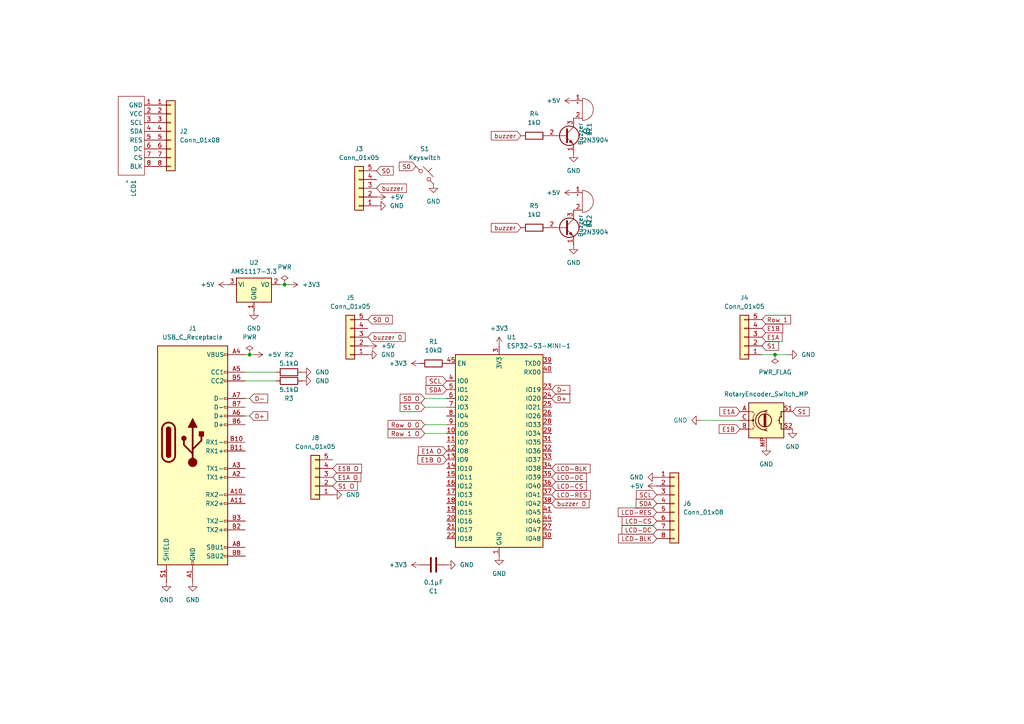
<source format=kicad_sch>
(kicad_sch
	(version 20250114)
	(generator "eeschema")
	(generator_version "9.0")
	(uuid "fb038f85-d95e-4e29-9e51-2c6e8f3afb0c")
	(paper "A4")
	(lib_symbols
		(symbol "Connector:USB_C_Receptacle"
			(pin_names
				(offset 1.016)
			)
			(exclude_from_sim no)
			(in_bom yes)
			(on_board yes)
			(property "Reference" "J"
				(at -10.16 29.21 0)
				(effects
					(font
						(size 1.27 1.27)
					)
					(justify left)
				)
			)
			(property "Value" "USB_C_Receptacle"
				(at 10.16 29.21 0)
				(effects
					(font
						(size 1.27 1.27)
					)
					(justify right)
				)
			)
			(property "Footprint" ""
				(at 3.81 0 0)
				(effects
					(font
						(size 1.27 1.27)
					)
					(hide yes)
				)
			)
			(property "Datasheet" "https://www.usb.org/sites/default/files/documents/usb_type-c.zip"
				(at 3.81 0 0)
				(effects
					(font
						(size 1.27 1.27)
					)
					(hide yes)
				)
			)
			(property "Description" "USB Full-Featured Type-C Receptacle connector"
				(at 0 0 0)
				(effects
					(font
						(size 1.27 1.27)
					)
					(hide yes)
				)
			)
			(property "ki_keywords" "usb universal serial bus type-C full-featured"
				(at 0 0 0)
				(effects
					(font
						(size 1.27 1.27)
					)
					(hide yes)
				)
			)
			(property "ki_fp_filters" "USB*C*Receptacle*"
				(at 0 0 0)
				(effects
					(font
						(size 1.27 1.27)
					)
					(hide yes)
				)
			)
			(symbol "USB_C_Receptacle_0_0"
				(rectangle
					(start -0.254 -35.56)
					(end 0.254 -34.544)
					(stroke
						(width 0)
						(type default)
					)
					(fill
						(type none)
					)
				)
				(rectangle
					(start 10.16 25.654)
					(end 9.144 25.146)
					(stroke
						(width 0)
						(type default)
					)
					(fill
						(type none)
					)
				)
				(rectangle
					(start 10.16 20.574)
					(end 9.144 20.066)
					(stroke
						(width 0)
						(type default)
					)
					(fill
						(type none)
					)
				)
				(rectangle
					(start 10.16 18.034)
					(end 9.144 17.526)
					(stroke
						(width 0)
						(type default)
					)
					(fill
						(type none)
					)
				)
				(rectangle
					(start 10.16 12.954)
					(end 9.144 12.446)
					(stroke
						(width 0)
						(type default)
					)
					(fill
						(type none)
					)
				)
				(rectangle
					(start 10.16 10.414)
					(end 9.144 9.906)
					(stroke
						(width 0)
						(type default)
					)
					(fill
						(type none)
					)
				)
				(rectangle
					(start 10.16 7.874)
					(end 9.144 7.366)
					(stroke
						(width 0)
						(type default)
					)
					(fill
						(type none)
					)
				)
				(rectangle
					(start 10.16 5.334)
					(end 9.144 4.826)
					(stroke
						(width 0)
						(type default)
					)
					(fill
						(type none)
					)
				)
				(rectangle
					(start 10.16 0.254)
					(end 9.144 -0.254)
					(stroke
						(width 0)
						(type default)
					)
					(fill
						(type none)
					)
				)
				(rectangle
					(start 10.16 -2.286)
					(end 9.144 -2.794)
					(stroke
						(width 0)
						(type default)
					)
					(fill
						(type none)
					)
				)
				(rectangle
					(start 10.16 -7.366)
					(end 9.144 -7.874)
					(stroke
						(width 0)
						(type default)
					)
					(fill
						(type none)
					)
				)
				(rectangle
					(start 10.16 -9.906)
					(end 9.144 -10.414)
					(stroke
						(width 0)
						(type default)
					)
					(fill
						(type none)
					)
				)
				(rectangle
					(start 10.16 -14.986)
					(end 9.144 -15.494)
					(stroke
						(width 0)
						(type default)
					)
					(fill
						(type none)
					)
				)
				(rectangle
					(start 10.16 -17.526)
					(end 9.144 -18.034)
					(stroke
						(width 0)
						(type default)
					)
					(fill
						(type none)
					)
				)
				(rectangle
					(start 10.16 -22.606)
					(end 9.144 -23.114)
					(stroke
						(width 0)
						(type default)
					)
					(fill
						(type none)
					)
				)
				(rectangle
					(start 10.16 -25.146)
					(end 9.144 -25.654)
					(stroke
						(width 0)
						(type default)
					)
					(fill
						(type none)
					)
				)
				(rectangle
					(start 10.16 -30.226)
					(end 9.144 -30.734)
					(stroke
						(width 0)
						(type default)
					)
					(fill
						(type none)
					)
				)
				(rectangle
					(start 10.16 -32.766)
					(end 9.144 -33.274)
					(stroke
						(width 0)
						(type default)
					)
					(fill
						(type none)
					)
				)
			)
			(symbol "USB_C_Receptacle_0_1"
				(rectangle
					(start -10.16 27.94)
					(end 10.16 -35.56)
					(stroke
						(width 0.254)
						(type default)
					)
					(fill
						(type background)
					)
				)
				(polyline
					(pts
						(xy -8.89 -3.81) (xy -8.89 3.81)
					)
					(stroke
						(width 0.508)
						(type default)
					)
					(fill
						(type none)
					)
				)
				(rectangle
					(start -7.62 -3.81)
					(end -6.35 3.81)
					(stroke
						(width 0.254)
						(type default)
					)
					(fill
						(type outline)
					)
				)
				(arc
					(start -7.62 3.81)
					(mid -6.985 4.4423)
					(end -6.35 3.81)
					(stroke
						(width 0.254)
						(type default)
					)
					(fill
						(type none)
					)
				)
				(arc
					(start -7.62 3.81)
					(mid -6.985 4.4423)
					(end -6.35 3.81)
					(stroke
						(width 0.254)
						(type default)
					)
					(fill
						(type outline)
					)
				)
				(arc
					(start -8.89 3.81)
					(mid -6.985 5.7067)
					(end -5.08 3.81)
					(stroke
						(width 0.508)
						(type default)
					)
					(fill
						(type none)
					)
				)
				(arc
					(start -5.08 -3.81)
					(mid -6.985 -5.7067)
					(end -8.89 -3.81)
					(stroke
						(width 0.508)
						(type default)
					)
					(fill
						(type none)
					)
				)
				(arc
					(start -6.35 -3.81)
					(mid -6.985 -4.4423)
					(end -7.62 -3.81)
					(stroke
						(width 0.254)
						(type default)
					)
					(fill
						(type none)
					)
				)
				(arc
					(start -6.35 -3.81)
					(mid -6.985 -4.4423)
					(end -7.62 -3.81)
					(stroke
						(width 0.254)
						(type default)
					)
					(fill
						(type outline)
					)
				)
				(polyline
					(pts
						(xy -5.08 3.81) (xy -5.08 -3.81)
					)
					(stroke
						(width 0.508)
						(type default)
					)
					(fill
						(type none)
					)
				)
			)
			(symbol "USB_C_Receptacle_1_1"
				(circle
					(center -2.54 1.143)
					(radius 0.635)
					(stroke
						(width 0.254)
						(type default)
					)
					(fill
						(type outline)
					)
				)
				(polyline
					(pts
						(xy -1.27 4.318) (xy 0 6.858) (xy 1.27 4.318) (xy -1.27 4.318)
					)
					(stroke
						(width 0.254)
						(type default)
					)
					(fill
						(type outline)
					)
				)
				(polyline
					(pts
						(xy 0 -2.032) (xy 2.54 0.508) (xy 2.54 1.778)
					)
					(stroke
						(width 0.508)
						(type default)
					)
					(fill
						(type none)
					)
				)
				(polyline
					(pts
						(xy 0 -3.302) (xy -2.54 -0.762) (xy -2.54 0.508)
					)
					(stroke
						(width 0.508)
						(type default)
					)
					(fill
						(type none)
					)
				)
				(polyline
					(pts
						(xy 0 -5.842) (xy 0 4.318)
					)
					(stroke
						(width 0.508)
						(type default)
					)
					(fill
						(type none)
					)
				)
				(circle
					(center 0 -5.842)
					(radius 1.27)
					(stroke
						(width 0)
						(type default)
					)
					(fill
						(type outline)
					)
				)
				(rectangle
					(start 1.905 1.778)
					(end 3.175 3.048)
					(stroke
						(width 0.254)
						(type default)
					)
					(fill
						(type outline)
					)
				)
				(pin passive line
					(at -7.62 -40.64 90)
					(length 5.08)
					(name "SHIELD"
						(effects
							(font
								(size 1.27 1.27)
							)
						)
					)
					(number "S1"
						(effects
							(font
								(size 1.27 1.27)
							)
						)
					)
				)
				(pin passive line
					(at 0 -40.64 90)
					(length 5.08)
					(name "GND"
						(effects
							(font
								(size 1.27 1.27)
							)
						)
					)
					(number "A1"
						(effects
							(font
								(size 1.27 1.27)
							)
						)
					)
				)
				(pin passive line
					(at 0 -40.64 90)
					(length 5.08)
					(hide yes)
					(name "GND"
						(effects
							(font
								(size 1.27 1.27)
							)
						)
					)
					(number "A12"
						(effects
							(font
								(size 1.27 1.27)
							)
						)
					)
				)
				(pin passive line
					(at 0 -40.64 90)
					(length 5.08)
					(hide yes)
					(name "GND"
						(effects
							(font
								(size 1.27 1.27)
							)
						)
					)
					(number "B1"
						(effects
							(font
								(size 1.27 1.27)
							)
						)
					)
				)
				(pin passive line
					(at 0 -40.64 90)
					(length 5.08)
					(hide yes)
					(name "GND"
						(effects
							(font
								(size 1.27 1.27)
							)
						)
					)
					(number "B12"
						(effects
							(font
								(size 1.27 1.27)
							)
						)
					)
				)
				(pin passive line
					(at 15.24 25.4 180)
					(length 5.08)
					(name "VBUS"
						(effects
							(font
								(size 1.27 1.27)
							)
						)
					)
					(number "A4"
						(effects
							(font
								(size 1.27 1.27)
							)
						)
					)
				)
				(pin passive line
					(at 15.24 25.4 180)
					(length 5.08)
					(hide yes)
					(name "VBUS"
						(effects
							(font
								(size 1.27 1.27)
							)
						)
					)
					(number "A9"
						(effects
							(font
								(size 1.27 1.27)
							)
						)
					)
				)
				(pin passive line
					(at 15.24 25.4 180)
					(length 5.08)
					(hide yes)
					(name "VBUS"
						(effects
							(font
								(size 1.27 1.27)
							)
						)
					)
					(number "B4"
						(effects
							(font
								(size 1.27 1.27)
							)
						)
					)
				)
				(pin passive line
					(at 15.24 25.4 180)
					(length 5.08)
					(hide yes)
					(name "VBUS"
						(effects
							(font
								(size 1.27 1.27)
							)
						)
					)
					(number "B9"
						(effects
							(font
								(size 1.27 1.27)
							)
						)
					)
				)
				(pin bidirectional line
					(at 15.24 20.32 180)
					(length 5.08)
					(name "CC1"
						(effects
							(font
								(size 1.27 1.27)
							)
						)
					)
					(number "A5"
						(effects
							(font
								(size 1.27 1.27)
							)
						)
					)
				)
				(pin bidirectional line
					(at 15.24 17.78 180)
					(length 5.08)
					(name "CC2"
						(effects
							(font
								(size 1.27 1.27)
							)
						)
					)
					(number "B5"
						(effects
							(font
								(size 1.27 1.27)
							)
						)
					)
				)
				(pin bidirectional line
					(at 15.24 12.7 180)
					(length 5.08)
					(name "D-"
						(effects
							(font
								(size 1.27 1.27)
							)
						)
					)
					(number "A7"
						(effects
							(font
								(size 1.27 1.27)
							)
						)
					)
				)
				(pin bidirectional line
					(at 15.24 10.16 180)
					(length 5.08)
					(name "D-"
						(effects
							(font
								(size 1.27 1.27)
							)
						)
					)
					(number "B7"
						(effects
							(font
								(size 1.27 1.27)
							)
						)
					)
				)
				(pin bidirectional line
					(at 15.24 7.62 180)
					(length 5.08)
					(name "D+"
						(effects
							(font
								(size 1.27 1.27)
							)
						)
					)
					(number "A6"
						(effects
							(font
								(size 1.27 1.27)
							)
						)
					)
				)
				(pin bidirectional line
					(at 15.24 5.08 180)
					(length 5.08)
					(name "D+"
						(effects
							(font
								(size 1.27 1.27)
							)
						)
					)
					(number "B6"
						(effects
							(font
								(size 1.27 1.27)
							)
						)
					)
				)
				(pin bidirectional line
					(at 15.24 0 180)
					(length 5.08)
					(name "RX1-"
						(effects
							(font
								(size 1.27 1.27)
							)
						)
					)
					(number "B10"
						(effects
							(font
								(size 1.27 1.27)
							)
						)
					)
				)
				(pin bidirectional line
					(at 15.24 -2.54 180)
					(length 5.08)
					(name "RX1+"
						(effects
							(font
								(size 1.27 1.27)
							)
						)
					)
					(number "B11"
						(effects
							(font
								(size 1.27 1.27)
							)
						)
					)
				)
				(pin bidirectional line
					(at 15.24 -7.62 180)
					(length 5.08)
					(name "TX1-"
						(effects
							(font
								(size 1.27 1.27)
							)
						)
					)
					(number "A3"
						(effects
							(font
								(size 1.27 1.27)
							)
						)
					)
				)
				(pin bidirectional line
					(at 15.24 -10.16 180)
					(length 5.08)
					(name "TX1+"
						(effects
							(font
								(size 1.27 1.27)
							)
						)
					)
					(number "A2"
						(effects
							(font
								(size 1.27 1.27)
							)
						)
					)
				)
				(pin bidirectional line
					(at 15.24 -15.24 180)
					(length 5.08)
					(name "RX2-"
						(effects
							(font
								(size 1.27 1.27)
							)
						)
					)
					(number "A10"
						(effects
							(font
								(size 1.27 1.27)
							)
						)
					)
				)
				(pin bidirectional line
					(at 15.24 -17.78 180)
					(length 5.08)
					(name "RX2+"
						(effects
							(font
								(size 1.27 1.27)
							)
						)
					)
					(number "A11"
						(effects
							(font
								(size 1.27 1.27)
							)
						)
					)
				)
				(pin bidirectional line
					(at 15.24 -22.86 180)
					(length 5.08)
					(name "TX2-"
						(effects
							(font
								(size 1.27 1.27)
							)
						)
					)
					(number "B3"
						(effects
							(font
								(size 1.27 1.27)
							)
						)
					)
				)
				(pin bidirectional line
					(at 15.24 -25.4 180)
					(length 5.08)
					(name "TX2+"
						(effects
							(font
								(size 1.27 1.27)
							)
						)
					)
					(number "B2"
						(effects
							(font
								(size 1.27 1.27)
							)
						)
					)
				)
				(pin bidirectional line
					(at 15.24 -30.48 180)
					(length 5.08)
					(name "SBU1"
						(effects
							(font
								(size 1.27 1.27)
							)
						)
					)
					(number "A8"
						(effects
							(font
								(size 1.27 1.27)
							)
						)
					)
				)
				(pin bidirectional line
					(at 15.24 -33.02 180)
					(length 5.08)
					(name "SBU2"
						(effects
							(font
								(size 1.27 1.27)
							)
						)
					)
					(number "B8"
						(effects
							(font
								(size 1.27 1.27)
							)
						)
					)
				)
			)
			(embedded_fonts no)
		)
		(symbol "Connector_Generic:Conn_01x05"
			(pin_names
				(offset 1.016)
				(hide yes)
			)
			(exclude_from_sim no)
			(in_bom yes)
			(on_board yes)
			(property "Reference" "J"
				(at 0 7.62 0)
				(effects
					(font
						(size 1.27 1.27)
					)
				)
			)
			(property "Value" "Conn_01x05"
				(at 0 -7.62 0)
				(effects
					(font
						(size 1.27 1.27)
					)
				)
			)
			(property "Footprint" ""
				(at 0 0 0)
				(effects
					(font
						(size 1.27 1.27)
					)
					(hide yes)
				)
			)
			(property "Datasheet" "~"
				(at 0 0 0)
				(effects
					(font
						(size 1.27 1.27)
					)
					(hide yes)
				)
			)
			(property "Description" "Generic connector, single row, 01x05, script generated (kicad-library-utils/schlib/autogen/connector/)"
				(at 0 0 0)
				(effects
					(font
						(size 1.27 1.27)
					)
					(hide yes)
				)
			)
			(property "ki_keywords" "connector"
				(at 0 0 0)
				(effects
					(font
						(size 1.27 1.27)
					)
					(hide yes)
				)
			)
			(property "ki_fp_filters" "Connector*:*_1x??_*"
				(at 0 0 0)
				(effects
					(font
						(size 1.27 1.27)
					)
					(hide yes)
				)
			)
			(symbol "Conn_01x05_1_1"
				(rectangle
					(start -1.27 6.35)
					(end 1.27 -6.35)
					(stroke
						(width 0.254)
						(type default)
					)
					(fill
						(type background)
					)
				)
				(rectangle
					(start -1.27 5.207)
					(end 0 4.953)
					(stroke
						(width 0.1524)
						(type default)
					)
					(fill
						(type none)
					)
				)
				(rectangle
					(start -1.27 2.667)
					(end 0 2.413)
					(stroke
						(width 0.1524)
						(type default)
					)
					(fill
						(type none)
					)
				)
				(rectangle
					(start -1.27 0.127)
					(end 0 -0.127)
					(stroke
						(width 0.1524)
						(type default)
					)
					(fill
						(type none)
					)
				)
				(rectangle
					(start -1.27 -2.413)
					(end 0 -2.667)
					(stroke
						(width 0.1524)
						(type default)
					)
					(fill
						(type none)
					)
				)
				(rectangle
					(start -1.27 -4.953)
					(end 0 -5.207)
					(stroke
						(width 0.1524)
						(type default)
					)
					(fill
						(type none)
					)
				)
				(pin passive line
					(at -5.08 5.08 0)
					(length 3.81)
					(name "Pin_1"
						(effects
							(font
								(size 1.27 1.27)
							)
						)
					)
					(number "1"
						(effects
							(font
								(size 1.27 1.27)
							)
						)
					)
				)
				(pin passive line
					(at -5.08 2.54 0)
					(length 3.81)
					(name "Pin_2"
						(effects
							(font
								(size 1.27 1.27)
							)
						)
					)
					(number "2"
						(effects
							(font
								(size 1.27 1.27)
							)
						)
					)
				)
				(pin passive line
					(at -5.08 0 0)
					(length 3.81)
					(name "Pin_3"
						(effects
							(font
								(size 1.27 1.27)
							)
						)
					)
					(number "3"
						(effects
							(font
								(size 1.27 1.27)
							)
						)
					)
				)
				(pin passive line
					(at -5.08 -2.54 0)
					(length 3.81)
					(name "Pin_4"
						(effects
							(font
								(size 1.27 1.27)
							)
						)
					)
					(number "4"
						(effects
							(font
								(size 1.27 1.27)
							)
						)
					)
				)
				(pin passive line
					(at -5.08 -5.08 0)
					(length 3.81)
					(name "Pin_5"
						(effects
							(font
								(size 1.27 1.27)
							)
						)
					)
					(number "5"
						(effects
							(font
								(size 1.27 1.27)
							)
						)
					)
				)
			)
			(embedded_fonts no)
		)
		(symbol "Connector_Generic:Conn_01x08"
			(pin_names
				(offset 1.016)
				(hide yes)
			)
			(exclude_from_sim no)
			(in_bom yes)
			(on_board yes)
			(property "Reference" "J"
				(at 0 10.16 0)
				(effects
					(font
						(size 1.27 1.27)
					)
				)
			)
			(property "Value" "Conn_01x08"
				(at 0 -12.7 0)
				(effects
					(font
						(size 1.27 1.27)
					)
				)
			)
			(property "Footprint" ""
				(at 0 0 0)
				(effects
					(font
						(size 1.27 1.27)
					)
					(hide yes)
				)
			)
			(property "Datasheet" "~"
				(at 0 0 0)
				(effects
					(font
						(size 1.27 1.27)
					)
					(hide yes)
				)
			)
			(property "Description" "Generic connector, single row, 01x08, script generated (kicad-library-utils/schlib/autogen/connector/)"
				(at 0 0 0)
				(effects
					(font
						(size 1.27 1.27)
					)
					(hide yes)
				)
			)
			(property "ki_keywords" "connector"
				(at 0 0 0)
				(effects
					(font
						(size 1.27 1.27)
					)
					(hide yes)
				)
			)
			(property "ki_fp_filters" "Connector*:*_1x??_*"
				(at 0 0 0)
				(effects
					(font
						(size 1.27 1.27)
					)
					(hide yes)
				)
			)
			(symbol "Conn_01x08_1_1"
				(rectangle
					(start -1.27 8.89)
					(end 1.27 -11.43)
					(stroke
						(width 0.254)
						(type default)
					)
					(fill
						(type background)
					)
				)
				(rectangle
					(start -1.27 7.747)
					(end 0 7.493)
					(stroke
						(width 0.1524)
						(type default)
					)
					(fill
						(type none)
					)
				)
				(rectangle
					(start -1.27 5.207)
					(end 0 4.953)
					(stroke
						(width 0.1524)
						(type default)
					)
					(fill
						(type none)
					)
				)
				(rectangle
					(start -1.27 2.667)
					(end 0 2.413)
					(stroke
						(width 0.1524)
						(type default)
					)
					(fill
						(type none)
					)
				)
				(rectangle
					(start -1.27 0.127)
					(end 0 -0.127)
					(stroke
						(width 0.1524)
						(type default)
					)
					(fill
						(type none)
					)
				)
				(rectangle
					(start -1.27 -2.413)
					(end 0 -2.667)
					(stroke
						(width 0.1524)
						(type default)
					)
					(fill
						(type none)
					)
				)
				(rectangle
					(start -1.27 -4.953)
					(end 0 -5.207)
					(stroke
						(width 0.1524)
						(type default)
					)
					(fill
						(type none)
					)
				)
				(rectangle
					(start -1.27 -7.493)
					(end 0 -7.747)
					(stroke
						(width 0.1524)
						(type default)
					)
					(fill
						(type none)
					)
				)
				(rectangle
					(start -1.27 -10.033)
					(end 0 -10.287)
					(stroke
						(width 0.1524)
						(type default)
					)
					(fill
						(type none)
					)
				)
				(pin passive line
					(at -5.08 7.62 0)
					(length 3.81)
					(name "Pin_1"
						(effects
							(font
								(size 1.27 1.27)
							)
						)
					)
					(number "1"
						(effects
							(font
								(size 1.27 1.27)
							)
						)
					)
				)
				(pin passive line
					(at -5.08 5.08 0)
					(length 3.81)
					(name "Pin_2"
						(effects
							(font
								(size 1.27 1.27)
							)
						)
					)
					(number "2"
						(effects
							(font
								(size 1.27 1.27)
							)
						)
					)
				)
				(pin passive line
					(at -5.08 2.54 0)
					(length 3.81)
					(name "Pin_3"
						(effects
							(font
								(size 1.27 1.27)
							)
						)
					)
					(number "3"
						(effects
							(font
								(size 1.27 1.27)
							)
						)
					)
				)
				(pin passive line
					(at -5.08 0 0)
					(length 3.81)
					(name "Pin_4"
						(effects
							(font
								(size 1.27 1.27)
							)
						)
					)
					(number "4"
						(effects
							(font
								(size 1.27 1.27)
							)
						)
					)
				)
				(pin passive line
					(at -5.08 -2.54 0)
					(length 3.81)
					(name "Pin_5"
						(effects
							(font
								(size 1.27 1.27)
							)
						)
					)
					(number "5"
						(effects
							(font
								(size 1.27 1.27)
							)
						)
					)
				)
				(pin passive line
					(at -5.08 -5.08 0)
					(length 3.81)
					(name "Pin_6"
						(effects
							(font
								(size 1.27 1.27)
							)
						)
					)
					(number "6"
						(effects
							(font
								(size 1.27 1.27)
							)
						)
					)
				)
				(pin passive line
					(at -5.08 -7.62 0)
					(length 3.81)
					(name "Pin_7"
						(effects
							(font
								(size 1.27 1.27)
							)
						)
					)
					(number "7"
						(effects
							(font
								(size 1.27 1.27)
							)
						)
					)
				)
				(pin passive line
					(at -5.08 -10.16 0)
					(length 3.81)
					(name "Pin_8"
						(effects
							(font
								(size 1.27 1.27)
							)
						)
					)
					(number "8"
						(effects
							(font
								(size 1.27 1.27)
							)
						)
					)
				)
			)
			(embedded_fonts no)
		)
		(symbol "Custom-Components:TZT_1.9in_TFT_ST7789"
			(exclude_from_sim no)
			(in_bom yes)
			(on_board yes)
			(property "Reference" "LCD"
				(at 0 0 0)
				(effects
					(font
						(size 1.27 1.27)
					)
				)
			)
			(property "Value" ""
				(at 0 0 0)
				(effects
					(font
						(size 1.27 1.27)
					)
				)
			)
			(property "Footprint" ""
				(at 0 0 0)
				(effects
					(font
						(size 1.27 1.27)
					)
					(hide yes)
				)
			)
			(property "Datasheet" ""
				(at 0 0 0)
				(effects
					(font
						(size 1.27 1.27)
					)
					(hide yes)
				)
			)
			(property "Description" ""
				(at 0 0 0)
				(effects
					(font
						(size 1.27 1.27)
					)
					(hide yes)
				)
			)
			(symbol "TZT_1.9in_TFT_ST7789_0_1"
				(rectangle
					(start -11.43 8.89)
					(end 11.43 1.27)
					(stroke
						(width 0)
						(type default)
					)
					(fill
						(type none)
					)
				)
			)
			(symbol "TZT_1.9in_TFT_ST7789_1_1"
				(pin input line
					(at -8.89 11.43 270)
					(length 2.54)
					(name "GND"
						(effects
							(font
								(size 1.27 1.27)
							)
						)
					)
					(number "1"
						(effects
							(font
								(size 1.27 1.27)
							)
						)
					)
				)
				(pin input line
					(at -6.35 11.43 270)
					(length 2.54)
					(name "VCC"
						(effects
							(font
								(size 1.27 1.27)
							)
						)
					)
					(number "2"
						(effects
							(font
								(size 1.27 1.27)
							)
						)
					)
				)
				(pin input line
					(at -3.81 11.43 270)
					(length 2.54)
					(name "SCL"
						(effects
							(font
								(size 1.27 1.27)
							)
						)
					)
					(number "3"
						(effects
							(font
								(size 1.27 1.27)
							)
						)
					)
				)
				(pin input line
					(at -1.27 11.43 270)
					(length 2.54)
					(name "SDA"
						(effects
							(font
								(size 1.27 1.27)
							)
						)
					)
					(number "4"
						(effects
							(font
								(size 1.27 1.27)
							)
						)
					)
				)
				(pin input line
					(at 1.27 11.43 270)
					(length 2.54)
					(name "RES"
						(effects
							(font
								(size 1.27 1.27)
							)
						)
					)
					(number "5"
						(effects
							(font
								(size 1.27 1.27)
							)
						)
					)
				)
				(pin input line
					(at 3.81 11.43 270)
					(length 2.54)
					(name "DC"
						(effects
							(font
								(size 1.27 1.27)
							)
						)
					)
					(number "6"
						(effects
							(font
								(size 1.27 1.27)
							)
						)
					)
				)
				(pin input line
					(at 6.35 11.43 270)
					(length 2.54)
					(name "CS"
						(effects
							(font
								(size 1.27 1.27)
							)
						)
					)
					(number "7"
						(effects
							(font
								(size 1.27 1.27)
							)
						)
					)
				)
				(pin input line
					(at 8.89 11.43 270)
					(length 2.54)
					(name "BLK"
						(effects
							(font
								(size 1.27 1.27)
							)
						)
					)
					(number "8"
						(effects
							(font
								(size 1.27 1.27)
							)
						)
					)
				)
			)
			(embedded_fonts no)
		)
		(symbol "Device:Buzzer"
			(pin_names
				(offset 0.0254)
				(hide yes)
			)
			(exclude_from_sim no)
			(in_bom yes)
			(on_board yes)
			(property "Reference" "BZ"
				(at 3.81 1.27 0)
				(effects
					(font
						(size 1.27 1.27)
					)
					(justify left)
				)
			)
			(property "Value" "Buzzer"
				(at 3.81 -1.27 0)
				(effects
					(font
						(size 1.27 1.27)
					)
					(justify left)
				)
			)
			(property "Footprint" ""
				(at -0.635 2.54 90)
				(effects
					(font
						(size 1.27 1.27)
					)
					(hide yes)
				)
			)
			(property "Datasheet" "~"
				(at -0.635 2.54 90)
				(effects
					(font
						(size 1.27 1.27)
					)
					(hide yes)
				)
			)
			(property "Description" "Buzzer, polarized"
				(at 0 0 0)
				(effects
					(font
						(size 1.27 1.27)
					)
					(hide yes)
				)
			)
			(property "ki_keywords" "quartz resonator ceramic"
				(at 0 0 0)
				(effects
					(font
						(size 1.27 1.27)
					)
					(hide yes)
				)
			)
			(property "ki_fp_filters" "*Buzzer*"
				(at 0 0 0)
				(effects
					(font
						(size 1.27 1.27)
					)
					(hide yes)
				)
			)
			(symbol "Buzzer_0_1"
				(polyline
					(pts
						(xy -1.651 1.905) (xy -1.143 1.905)
					)
					(stroke
						(width 0)
						(type default)
					)
					(fill
						(type none)
					)
				)
				(polyline
					(pts
						(xy -1.397 2.159) (xy -1.397 1.651)
					)
					(stroke
						(width 0)
						(type default)
					)
					(fill
						(type none)
					)
				)
				(arc
					(start 0 3.175)
					(mid 3.1612 0)
					(end 0 -3.175)
					(stroke
						(width 0)
						(type default)
					)
					(fill
						(type none)
					)
				)
				(polyline
					(pts
						(xy 0 3.175) (xy 0 -3.175)
					)
					(stroke
						(width 0)
						(type default)
					)
					(fill
						(type none)
					)
				)
			)
			(symbol "Buzzer_1_1"
				(pin passive line
					(at -2.54 2.54 0)
					(length 2.54)
					(name "+"
						(effects
							(font
								(size 1.27 1.27)
							)
						)
					)
					(number "1"
						(effects
							(font
								(size 1.27 1.27)
							)
						)
					)
				)
				(pin passive line
					(at -2.54 -2.54 0)
					(length 2.54)
					(name "-"
						(effects
							(font
								(size 1.27 1.27)
							)
						)
					)
					(number "2"
						(effects
							(font
								(size 1.27 1.27)
							)
						)
					)
				)
			)
			(embedded_fonts no)
		)
		(symbol "Device:C"
			(pin_numbers
				(hide yes)
			)
			(pin_names
				(offset 0.254)
			)
			(exclude_from_sim no)
			(in_bom yes)
			(on_board yes)
			(property "Reference" "C"
				(at 0.635 2.54 0)
				(effects
					(font
						(size 1.27 1.27)
					)
					(justify left)
				)
			)
			(property "Value" "C"
				(at 0.635 -2.54 0)
				(effects
					(font
						(size 1.27 1.27)
					)
					(justify left)
				)
			)
			(property "Footprint" ""
				(at 0.9652 -3.81 0)
				(effects
					(font
						(size 1.27 1.27)
					)
					(hide yes)
				)
			)
			(property "Datasheet" "~"
				(at 0 0 0)
				(effects
					(font
						(size 1.27 1.27)
					)
					(hide yes)
				)
			)
			(property "Description" "Unpolarized capacitor"
				(at 0 0 0)
				(effects
					(font
						(size 1.27 1.27)
					)
					(hide yes)
				)
			)
			(property "ki_keywords" "cap capacitor"
				(at 0 0 0)
				(effects
					(font
						(size 1.27 1.27)
					)
					(hide yes)
				)
			)
			(property "ki_fp_filters" "C_*"
				(at 0 0 0)
				(effects
					(font
						(size 1.27 1.27)
					)
					(hide yes)
				)
			)
			(symbol "C_0_1"
				(polyline
					(pts
						(xy -2.032 0.762) (xy 2.032 0.762)
					)
					(stroke
						(width 0.508)
						(type default)
					)
					(fill
						(type none)
					)
				)
				(polyline
					(pts
						(xy -2.032 -0.762) (xy 2.032 -0.762)
					)
					(stroke
						(width 0.508)
						(type default)
					)
					(fill
						(type none)
					)
				)
			)
			(symbol "C_1_1"
				(pin passive line
					(at 0 3.81 270)
					(length 2.794)
					(name "~"
						(effects
							(font
								(size 1.27 1.27)
							)
						)
					)
					(number "1"
						(effects
							(font
								(size 1.27 1.27)
							)
						)
					)
				)
				(pin passive line
					(at 0 -3.81 90)
					(length 2.794)
					(name "~"
						(effects
							(font
								(size 1.27 1.27)
							)
						)
					)
					(number "2"
						(effects
							(font
								(size 1.27 1.27)
							)
						)
					)
				)
			)
			(embedded_fonts no)
		)
		(symbol "Device:R"
			(pin_numbers
				(hide yes)
			)
			(pin_names
				(offset 0)
			)
			(exclude_from_sim no)
			(in_bom yes)
			(on_board yes)
			(property "Reference" "R"
				(at 2.032 0 90)
				(effects
					(font
						(size 1.27 1.27)
					)
				)
			)
			(property "Value" "R"
				(at 0 0 90)
				(effects
					(font
						(size 1.27 1.27)
					)
				)
			)
			(property "Footprint" ""
				(at -1.778 0 90)
				(effects
					(font
						(size 1.27 1.27)
					)
					(hide yes)
				)
			)
			(property "Datasheet" "~"
				(at 0 0 0)
				(effects
					(font
						(size 1.27 1.27)
					)
					(hide yes)
				)
			)
			(property "Description" "Resistor"
				(at 0 0 0)
				(effects
					(font
						(size 1.27 1.27)
					)
					(hide yes)
				)
			)
			(property "ki_keywords" "R res resistor"
				(at 0 0 0)
				(effects
					(font
						(size 1.27 1.27)
					)
					(hide yes)
				)
			)
			(property "ki_fp_filters" "R_*"
				(at 0 0 0)
				(effects
					(font
						(size 1.27 1.27)
					)
					(hide yes)
				)
			)
			(symbol "R_0_1"
				(rectangle
					(start -1.016 -2.54)
					(end 1.016 2.54)
					(stroke
						(width 0.254)
						(type default)
					)
					(fill
						(type none)
					)
				)
			)
			(symbol "R_1_1"
				(pin passive line
					(at 0 3.81 270)
					(length 1.27)
					(name "~"
						(effects
							(font
								(size 1.27 1.27)
							)
						)
					)
					(number "1"
						(effects
							(font
								(size 1.27 1.27)
							)
						)
					)
				)
				(pin passive line
					(at 0 -3.81 90)
					(length 1.27)
					(name "~"
						(effects
							(font
								(size 1.27 1.27)
							)
						)
					)
					(number "2"
						(effects
							(font
								(size 1.27 1.27)
							)
						)
					)
				)
			)
			(embedded_fonts no)
		)
		(symbol "Device:RotaryEncoder_Switch_MP"
			(pin_names
				(offset 0.254)
				(hide yes)
			)
			(exclude_from_sim no)
			(in_bom yes)
			(on_board yes)
			(property "Reference" "SW"
				(at 0 8.89 0)
				(effects
					(font
						(size 1.27 1.27)
					)
				)
			)
			(property "Value" "RotaryEncoder_Switch_MP"
				(at 0 6.35 0)
				(effects
					(font
						(size 1.27 1.27)
					)
				)
			)
			(property "Footprint" ""
				(at -3.81 4.064 0)
				(effects
					(font
						(size 1.27 1.27)
					)
					(hide yes)
				)
			)
			(property "Datasheet" "~"
				(at 0 -12.7 0)
				(effects
					(font
						(size 1.27 1.27)
					)
					(hide yes)
				)
			)
			(property "Description" "Rotary encoder, dual channel, incremental quadrate outputs, with switch and MP Pin"
				(at 0 -15.24 0)
				(effects
					(font
						(size 1.27 1.27)
					)
					(hide yes)
				)
			)
			(property "ki_keywords" "rotary switch encoder switch push button"
				(at 0 0 0)
				(effects
					(font
						(size 1.27 1.27)
					)
					(hide yes)
				)
			)
			(property "ki_fp_filters" "RotaryEncoder*Switch*"
				(at 0 0 0)
				(effects
					(font
						(size 1.27 1.27)
					)
					(hide yes)
				)
			)
			(symbol "RotaryEncoder_Switch_MP_0_1"
				(rectangle
					(start -5.08 5.08)
					(end 5.08 -5.08)
					(stroke
						(width 0.254)
						(type default)
					)
					(fill
						(type background)
					)
				)
				(polyline
					(pts
						(xy -5.08 2.54) (xy -3.81 2.54) (xy -3.81 2.032)
					)
					(stroke
						(width 0)
						(type default)
					)
					(fill
						(type none)
					)
				)
				(polyline
					(pts
						(xy -5.08 0) (xy -3.81 0) (xy -3.81 -1.016) (xy -3.302 -2.032)
					)
					(stroke
						(width 0)
						(type default)
					)
					(fill
						(type none)
					)
				)
				(polyline
					(pts
						(xy -5.08 -2.54) (xy -3.81 -2.54) (xy -3.81 -2.032)
					)
					(stroke
						(width 0)
						(type default)
					)
					(fill
						(type none)
					)
				)
				(polyline
					(pts
						(xy -4.318 0) (xy -3.81 0) (xy -3.81 1.016) (xy -3.302 2.032)
					)
					(stroke
						(width 0)
						(type default)
					)
					(fill
						(type none)
					)
				)
				(circle
					(center -3.81 0)
					(radius 0.254)
					(stroke
						(width 0)
						(type default)
					)
					(fill
						(type outline)
					)
				)
				(polyline
					(pts
						(xy -0.635 -1.778) (xy -0.635 1.778)
					)
					(stroke
						(width 0.254)
						(type default)
					)
					(fill
						(type none)
					)
				)
				(circle
					(center -0.381 0)
					(radius 1.905)
					(stroke
						(width 0.254)
						(type default)
					)
					(fill
						(type none)
					)
				)
				(polyline
					(pts
						(xy -0.381 -1.778) (xy -0.381 1.778)
					)
					(stroke
						(width 0.254)
						(type default)
					)
					(fill
						(type none)
					)
				)
				(arc
					(start -0.381 -2.794)
					(mid -3.0988 -0.0635)
					(end -0.381 2.667)
					(stroke
						(width 0.254)
						(type default)
					)
					(fill
						(type none)
					)
				)
				(polyline
					(pts
						(xy -0.127 1.778) (xy -0.127 -1.778)
					)
					(stroke
						(width 0.254)
						(type default)
					)
					(fill
						(type none)
					)
				)
				(polyline
					(pts
						(xy 0.254 2.921) (xy -0.508 2.667) (xy 0.127 2.286)
					)
					(stroke
						(width 0.254)
						(type default)
					)
					(fill
						(type none)
					)
				)
				(polyline
					(pts
						(xy 0.254 -3.048) (xy -0.508 -2.794) (xy 0.127 -2.413)
					)
					(stroke
						(width 0.254)
						(type default)
					)
					(fill
						(type none)
					)
				)
				(polyline
					(pts
						(xy 3.81 1.016) (xy 3.81 -1.016)
					)
					(stroke
						(width 0.254)
						(type default)
					)
					(fill
						(type none)
					)
				)
				(polyline
					(pts
						(xy 3.81 0) (xy 3.429 0)
					)
					(stroke
						(width 0.254)
						(type default)
					)
					(fill
						(type none)
					)
				)
				(circle
					(center 4.318 1.016)
					(radius 0.127)
					(stroke
						(width 0.254)
						(type default)
					)
					(fill
						(type none)
					)
				)
				(circle
					(center 4.318 -1.016)
					(radius 0.127)
					(stroke
						(width 0.254)
						(type default)
					)
					(fill
						(type none)
					)
				)
				(polyline
					(pts
						(xy 5.08 2.54) (xy 4.318 2.54) (xy 4.318 1.016)
					)
					(stroke
						(width 0.254)
						(type default)
					)
					(fill
						(type none)
					)
				)
				(polyline
					(pts
						(xy 5.08 -2.54) (xy 4.318 -2.54) (xy 4.318 -1.016)
					)
					(stroke
						(width 0.254)
						(type default)
					)
					(fill
						(type none)
					)
				)
			)
			(symbol "RotaryEncoder_Switch_MP_1_1"
				(pin passive line
					(at -7.62 2.54 0)
					(length 2.54)
					(name "A"
						(effects
							(font
								(size 1.27 1.27)
							)
						)
					)
					(number "A"
						(effects
							(font
								(size 1.27 1.27)
							)
						)
					)
				)
				(pin passive line
					(at -7.62 0 0)
					(length 2.54)
					(name "C"
						(effects
							(font
								(size 1.27 1.27)
							)
						)
					)
					(number "C"
						(effects
							(font
								(size 1.27 1.27)
							)
						)
					)
				)
				(pin passive line
					(at -7.62 -2.54 0)
					(length 2.54)
					(name "B"
						(effects
							(font
								(size 1.27 1.27)
							)
						)
					)
					(number "B"
						(effects
							(font
								(size 1.27 1.27)
							)
						)
					)
				)
				(pin passive line
					(at 0 -7.62 90)
					(length 2.54)
					(name "MP"
						(effects
							(font
								(size 1.27 1.27)
							)
						)
					)
					(number "MP"
						(effects
							(font
								(size 1.27 1.27)
							)
						)
					)
				)
				(pin passive line
					(at 7.62 2.54 180)
					(length 2.54)
					(name "S1"
						(effects
							(font
								(size 1.27 1.27)
							)
						)
					)
					(number "S1"
						(effects
							(font
								(size 1.27 1.27)
							)
						)
					)
				)
				(pin passive line
					(at 7.62 -2.54 180)
					(length 2.54)
					(name "S2"
						(effects
							(font
								(size 1.27 1.27)
							)
						)
					)
					(number "S2"
						(effects
							(font
								(size 1.27 1.27)
							)
						)
					)
				)
			)
			(embedded_fonts no)
		)
		(symbol "RF_Module:ESP32-S3-MINI-1"
			(exclude_from_sim no)
			(in_bom yes)
			(on_board yes)
			(property "Reference" "U"
				(at -11.43 29.21 0)
				(effects
					(font
						(size 1.27 1.27)
					)
				)
			)
			(property "Value" "ESP32-S3-MINI-1"
				(at 12.7 29.21 0)
				(effects
					(font
						(size 1.27 1.27)
					)
				)
			)
			(property "Footprint" "RF_Module:ESP32-S2-MINI-1"
				(at 15.24 -29.21 0)
				(effects
					(font
						(size 1.27 1.27)
					)
					(hide yes)
				)
			)
			(property "Datasheet" "https://www.espressif.com/sites/default/files/documentation/esp32-s3-mini-1_mini-1u_datasheet_en.pdf"
				(at 0 40.64 0)
				(effects
					(font
						(size 1.27 1.27)
					)
					(hide yes)
				)
			)
			(property "Description" "RF Module, ESP32-S3 SoC, Wi-Fi 802.11b/g/n, Bluetooth, BLE, 32-bit, 3.3V, SMD, onboard antenna"
				(at 0 43.18 0)
				(effects
					(font
						(size 1.27 1.27)
					)
					(hide yes)
				)
			)
			(property "ki_keywords" "RF Radio BT ESP ESP32-S3 Espressif"
				(at 0 0 0)
				(effects
					(font
						(size 1.27 1.27)
					)
					(hide yes)
				)
			)
			(property "ki_fp_filters" "ESP32?S*MINI?1"
				(at 0 0 0)
				(effects
					(font
						(size 1.27 1.27)
					)
					(hide yes)
				)
			)
			(symbol "ESP32-S3-MINI-1_0_1"
				(rectangle
					(start -12.7 27.94)
					(end 12.7 -27.94)
					(stroke
						(width 0.254)
						(type default)
					)
					(fill
						(type background)
					)
				)
			)
			(symbol "ESP32-S3-MINI-1_1_1"
				(pin input line
					(at -15.24 25.4 0)
					(length 2.54)
					(name "EN"
						(effects
							(font
								(size 1.27 1.27)
							)
						)
					)
					(number "45"
						(effects
							(font
								(size 1.27 1.27)
							)
						)
					)
				)
				(pin bidirectional line
					(at -15.24 20.32 0)
					(length 2.54)
					(name "IO0"
						(effects
							(font
								(size 1.27 1.27)
							)
						)
					)
					(number "4"
						(effects
							(font
								(size 1.27 1.27)
							)
						)
					)
				)
				(pin bidirectional line
					(at -15.24 17.78 0)
					(length 2.54)
					(name "IO1"
						(effects
							(font
								(size 1.27 1.27)
							)
						)
					)
					(number "5"
						(effects
							(font
								(size 1.27 1.27)
							)
						)
					)
				)
				(pin bidirectional line
					(at -15.24 15.24 0)
					(length 2.54)
					(name "IO2"
						(effects
							(font
								(size 1.27 1.27)
							)
						)
					)
					(number "6"
						(effects
							(font
								(size 1.27 1.27)
							)
						)
					)
				)
				(pin bidirectional line
					(at -15.24 12.7 0)
					(length 2.54)
					(name "IO3"
						(effects
							(font
								(size 1.27 1.27)
							)
						)
					)
					(number "7"
						(effects
							(font
								(size 1.27 1.27)
							)
						)
					)
				)
				(pin bidirectional line
					(at -15.24 10.16 0)
					(length 2.54)
					(name "IO4"
						(effects
							(font
								(size 1.27 1.27)
							)
						)
					)
					(number "8"
						(effects
							(font
								(size 1.27 1.27)
							)
						)
					)
				)
				(pin bidirectional line
					(at -15.24 7.62 0)
					(length 2.54)
					(name "IO5"
						(effects
							(font
								(size 1.27 1.27)
							)
						)
					)
					(number "9"
						(effects
							(font
								(size 1.27 1.27)
							)
						)
					)
				)
				(pin bidirectional line
					(at -15.24 5.08 0)
					(length 2.54)
					(name "IO6"
						(effects
							(font
								(size 1.27 1.27)
							)
						)
					)
					(number "10"
						(effects
							(font
								(size 1.27 1.27)
							)
						)
					)
				)
				(pin bidirectional line
					(at -15.24 2.54 0)
					(length 2.54)
					(name "IO7"
						(effects
							(font
								(size 1.27 1.27)
							)
						)
					)
					(number "11"
						(effects
							(font
								(size 1.27 1.27)
							)
						)
					)
				)
				(pin bidirectional line
					(at -15.24 0 0)
					(length 2.54)
					(name "IO8"
						(effects
							(font
								(size 1.27 1.27)
							)
						)
					)
					(number "12"
						(effects
							(font
								(size 1.27 1.27)
							)
						)
					)
				)
				(pin bidirectional line
					(at -15.24 -2.54 0)
					(length 2.54)
					(name "IO9"
						(effects
							(font
								(size 1.27 1.27)
							)
						)
					)
					(number "13"
						(effects
							(font
								(size 1.27 1.27)
							)
						)
					)
				)
				(pin bidirectional line
					(at -15.24 -5.08 0)
					(length 2.54)
					(name "IO10"
						(effects
							(font
								(size 1.27 1.27)
							)
						)
					)
					(number "14"
						(effects
							(font
								(size 1.27 1.27)
							)
						)
					)
				)
				(pin bidirectional line
					(at -15.24 -7.62 0)
					(length 2.54)
					(name "IO11"
						(effects
							(font
								(size 1.27 1.27)
							)
						)
					)
					(number "15"
						(effects
							(font
								(size 1.27 1.27)
							)
						)
					)
				)
				(pin bidirectional line
					(at -15.24 -10.16 0)
					(length 2.54)
					(name "IO12"
						(effects
							(font
								(size 1.27 1.27)
							)
						)
					)
					(number "16"
						(effects
							(font
								(size 1.27 1.27)
							)
						)
					)
				)
				(pin bidirectional line
					(at -15.24 -12.7 0)
					(length 2.54)
					(name "IO13"
						(effects
							(font
								(size 1.27 1.27)
							)
						)
					)
					(number "17"
						(effects
							(font
								(size 1.27 1.27)
							)
						)
					)
				)
				(pin bidirectional line
					(at -15.24 -15.24 0)
					(length 2.54)
					(name "IO14"
						(effects
							(font
								(size 1.27 1.27)
							)
						)
					)
					(number "18"
						(effects
							(font
								(size 1.27 1.27)
							)
						)
					)
				)
				(pin bidirectional line
					(at -15.24 -17.78 0)
					(length 2.54)
					(name "IO15"
						(effects
							(font
								(size 1.27 1.27)
							)
						)
					)
					(number "19"
						(effects
							(font
								(size 1.27 1.27)
							)
						)
					)
				)
				(pin bidirectional line
					(at -15.24 -20.32 0)
					(length 2.54)
					(name "IO16"
						(effects
							(font
								(size 1.27 1.27)
							)
						)
					)
					(number "20"
						(effects
							(font
								(size 1.27 1.27)
							)
						)
					)
				)
				(pin bidirectional line
					(at -15.24 -22.86 0)
					(length 2.54)
					(name "IO17"
						(effects
							(font
								(size 1.27 1.27)
							)
						)
					)
					(number "21"
						(effects
							(font
								(size 1.27 1.27)
							)
						)
					)
				)
				(pin bidirectional line
					(at -15.24 -25.4 0)
					(length 2.54)
					(name "IO18"
						(effects
							(font
								(size 1.27 1.27)
							)
						)
					)
					(number "22"
						(effects
							(font
								(size 1.27 1.27)
							)
						)
					)
				)
				(pin power_in line
					(at 0 30.48 270)
					(length 2.54)
					(name "3V3"
						(effects
							(font
								(size 1.27 1.27)
							)
						)
					)
					(number "3"
						(effects
							(font
								(size 1.27 1.27)
							)
						)
					)
				)
				(pin power_in line
					(at 0 -30.48 90)
					(length 2.54)
					(name "GND"
						(effects
							(font
								(size 1.27 1.27)
							)
						)
					)
					(number "1"
						(effects
							(font
								(size 1.27 1.27)
							)
						)
					)
				)
				(pin passive line
					(at 0 -30.48 90)
					(length 2.54)
					(hide yes)
					(name "GND"
						(effects
							(font
								(size 1.27 1.27)
							)
						)
					)
					(number "2"
						(effects
							(font
								(size 1.27 1.27)
							)
						)
					)
				)
				(pin passive line
					(at 0 -30.48 90)
					(length 2.54)
					(hide yes)
					(name "GND"
						(effects
							(font
								(size 1.27 1.27)
							)
						)
					)
					(number "42"
						(effects
							(font
								(size 1.27 1.27)
							)
						)
					)
				)
				(pin passive line
					(at 0 -30.48 90)
					(length 2.54)
					(hide yes)
					(name "GND"
						(effects
							(font
								(size 1.27 1.27)
							)
						)
					)
					(number "43"
						(effects
							(font
								(size 1.27 1.27)
							)
						)
					)
				)
				(pin passive line
					(at 0 -30.48 90)
					(length 2.54)
					(hide yes)
					(name "GND"
						(effects
							(font
								(size 1.27 1.27)
							)
						)
					)
					(number "46"
						(effects
							(font
								(size 1.27 1.27)
							)
						)
					)
				)
				(pin passive line
					(at 0 -30.48 90)
					(length 2.54)
					(hide yes)
					(name "GND"
						(effects
							(font
								(size 1.27 1.27)
							)
						)
					)
					(number "47"
						(effects
							(font
								(size 1.27 1.27)
							)
						)
					)
				)
				(pin passive line
					(at 0 -30.48 90)
					(length 2.54)
					(hide yes)
					(name "GND"
						(effects
							(font
								(size 1.27 1.27)
							)
						)
					)
					(number "48"
						(effects
							(font
								(size 1.27 1.27)
							)
						)
					)
				)
				(pin passive line
					(at 0 -30.48 90)
					(length 2.54)
					(hide yes)
					(name "GND"
						(effects
							(font
								(size 1.27 1.27)
							)
						)
					)
					(number "49"
						(effects
							(font
								(size 1.27 1.27)
							)
						)
					)
				)
				(pin passive line
					(at 0 -30.48 90)
					(length 2.54)
					(hide yes)
					(name "GND"
						(effects
							(font
								(size 1.27 1.27)
							)
						)
					)
					(number "50"
						(effects
							(font
								(size 1.27 1.27)
							)
						)
					)
				)
				(pin passive line
					(at 0 -30.48 90)
					(length 2.54)
					(hide yes)
					(name "GND"
						(effects
							(font
								(size 1.27 1.27)
							)
						)
					)
					(number "51"
						(effects
							(font
								(size 1.27 1.27)
							)
						)
					)
				)
				(pin passive line
					(at 0 -30.48 90)
					(length 2.54)
					(hide yes)
					(name "GND"
						(effects
							(font
								(size 1.27 1.27)
							)
						)
					)
					(number "52"
						(effects
							(font
								(size 1.27 1.27)
							)
						)
					)
				)
				(pin passive line
					(at 0 -30.48 90)
					(length 2.54)
					(hide yes)
					(name "GND"
						(effects
							(font
								(size 1.27 1.27)
							)
						)
					)
					(number "53"
						(effects
							(font
								(size 1.27 1.27)
							)
						)
					)
				)
				(pin passive line
					(at 0 -30.48 90)
					(length 2.54)
					(hide yes)
					(name "GND"
						(effects
							(font
								(size 1.27 1.27)
							)
						)
					)
					(number "54"
						(effects
							(font
								(size 1.27 1.27)
							)
						)
					)
				)
				(pin passive line
					(at 0 -30.48 90)
					(length 2.54)
					(hide yes)
					(name "GND"
						(effects
							(font
								(size 1.27 1.27)
							)
						)
					)
					(number "55"
						(effects
							(font
								(size 1.27 1.27)
							)
						)
					)
				)
				(pin passive line
					(at 0 -30.48 90)
					(length 2.54)
					(hide yes)
					(name "GND"
						(effects
							(font
								(size 1.27 1.27)
							)
						)
					)
					(number "56"
						(effects
							(font
								(size 1.27 1.27)
							)
						)
					)
				)
				(pin passive line
					(at 0 -30.48 90)
					(length 2.54)
					(hide yes)
					(name "GND"
						(effects
							(font
								(size 1.27 1.27)
							)
						)
					)
					(number "57"
						(effects
							(font
								(size 1.27 1.27)
							)
						)
					)
				)
				(pin passive line
					(at 0 -30.48 90)
					(length 2.54)
					(hide yes)
					(name "GND"
						(effects
							(font
								(size 1.27 1.27)
							)
						)
					)
					(number "58"
						(effects
							(font
								(size 1.27 1.27)
							)
						)
					)
				)
				(pin passive line
					(at 0 -30.48 90)
					(length 2.54)
					(hide yes)
					(name "GND"
						(effects
							(font
								(size 1.27 1.27)
							)
						)
					)
					(number "59"
						(effects
							(font
								(size 1.27 1.27)
							)
						)
					)
				)
				(pin passive line
					(at 0 -30.48 90)
					(length 2.54)
					(hide yes)
					(name "GND"
						(effects
							(font
								(size 1.27 1.27)
							)
						)
					)
					(number "60"
						(effects
							(font
								(size 1.27 1.27)
							)
						)
					)
				)
				(pin passive line
					(at 0 -30.48 90)
					(length 2.54)
					(hide yes)
					(name "GND"
						(effects
							(font
								(size 1.27 1.27)
							)
						)
					)
					(number "61"
						(effects
							(font
								(size 1.27 1.27)
							)
						)
					)
				)
				(pin passive line
					(at 0 -30.48 90)
					(length 2.54)
					(hide yes)
					(name "GND"
						(effects
							(font
								(size 1.27 1.27)
							)
						)
					)
					(number "62"
						(effects
							(font
								(size 1.27 1.27)
							)
						)
					)
				)
				(pin passive line
					(at 0 -30.48 90)
					(length 2.54)
					(hide yes)
					(name "GND"
						(effects
							(font
								(size 1.27 1.27)
							)
						)
					)
					(number "63"
						(effects
							(font
								(size 1.27 1.27)
							)
						)
					)
				)
				(pin passive line
					(at 0 -30.48 90)
					(length 2.54)
					(hide yes)
					(name "GND"
						(effects
							(font
								(size 1.27 1.27)
							)
						)
					)
					(number "64"
						(effects
							(font
								(size 1.27 1.27)
							)
						)
					)
				)
				(pin passive line
					(at 0 -30.48 90)
					(length 2.54)
					(hide yes)
					(name "GND"
						(effects
							(font
								(size 1.27 1.27)
							)
						)
					)
					(number "65"
						(effects
							(font
								(size 1.27 1.27)
							)
						)
					)
				)
				(pin bidirectional line
					(at 15.24 25.4 180)
					(length 2.54)
					(name "TXD0"
						(effects
							(font
								(size 1.27 1.27)
							)
						)
					)
					(number "39"
						(effects
							(font
								(size 1.27 1.27)
							)
						)
					)
				)
				(pin bidirectional line
					(at 15.24 22.86 180)
					(length 2.54)
					(name "RXD0"
						(effects
							(font
								(size 1.27 1.27)
							)
						)
					)
					(number "40"
						(effects
							(font
								(size 1.27 1.27)
							)
						)
					)
				)
				(pin bidirectional line
					(at 15.24 17.78 180)
					(length 2.54)
					(name "IO19"
						(effects
							(font
								(size 1.27 1.27)
							)
						)
					)
					(number "23"
						(effects
							(font
								(size 1.27 1.27)
							)
						)
					)
				)
				(pin bidirectional line
					(at 15.24 15.24 180)
					(length 2.54)
					(name "IO20"
						(effects
							(font
								(size 1.27 1.27)
							)
						)
					)
					(number "24"
						(effects
							(font
								(size 1.27 1.27)
							)
						)
					)
				)
				(pin bidirectional line
					(at 15.24 12.7 180)
					(length 2.54)
					(name "IO21"
						(effects
							(font
								(size 1.27 1.27)
							)
						)
					)
					(number "25"
						(effects
							(font
								(size 1.27 1.27)
							)
						)
					)
				)
				(pin bidirectional line
					(at 15.24 10.16 180)
					(length 2.54)
					(name "IO26"
						(effects
							(font
								(size 1.27 1.27)
							)
						)
					)
					(number "26"
						(effects
							(font
								(size 1.27 1.27)
							)
						)
					)
				)
				(pin bidirectional line
					(at 15.24 7.62 180)
					(length 2.54)
					(name "IO33"
						(effects
							(font
								(size 1.27 1.27)
							)
						)
					)
					(number "28"
						(effects
							(font
								(size 1.27 1.27)
							)
						)
					)
				)
				(pin bidirectional line
					(at 15.24 5.08 180)
					(length 2.54)
					(name "IO34"
						(effects
							(font
								(size 1.27 1.27)
							)
						)
					)
					(number "29"
						(effects
							(font
								(size 1.27 1.27)
							)
						)
					)
				)
				(pin bidirectional line
					(at 15.24 2.54 180)
					(length 2.54)
					(name "IO35"
						(effects
							(font
								(size 1.27 1.27)
							)
						)
					)
					(number "31"
						(effects
							(font
								(size 1.27 1.27)
							)
						)
					)
				)
				(pin bidirectional line
					(at 15.24 0 180)
					(length 2.54)
					(name "IO36"
						(effects
							(font
								(size 1.27 1.27)
							)
						)
					)
					(number "32"
						(effects
							(font
								(size 1.27 1.27)
							)
						)
					)
				)
				(pin bidirectional line
					(at 15.24 -2.54 180)
					(length 2.54)
					(name "IO37"
						(effects
							(font
								(size 1.27 1.27)
							)
						)
					)
					(number "33"
						(effects
							(font
								(size 1.27 1.27)
							)
						)
					)
				)
				(pin bidirectional line
					(at 15.24 -5.08 180)
					(length 2.54)
					(name "IO38"
						(effects
							(font
								(size 1.27 1.27)
							)
						)
					)
					(number "34"
						(effects
							(font
								(size 1.27 1.27)
							)
						)
					)
				)
				(pin bidirectional line
					(at 15.24 -7.62 180)
					(length 2.54)
					(name "IO39"
						(effects
							(font
								(size 1.27 1.27)
							)
						)
					)
					(number "35"
						(effects
							(font
								(size 1.27 1.27)
							)
						)
					)
				)
				(pin bidirectional line
					(at 15.24 -10.16 180)
					(length 2.54)
					(name "IO40"
						(effects
							(font
								(size 1.27 1.27)
							)
						)
					)
					(number "36"
						(effects
							(font
								(size 1.27 1.27)
							)
						)
					)
				)
				(pin bidirectional line
					(at 15.24 -12.7 180)
					(length 2.54)
					(name "IO41"
						(effects
							(font
								(size 1.27 1.27)
							)
						)
					)
					(number "37"
						(effects
							(font
								(size 1.27 1.27)
							)
						)
					)
				)
				(pin bidirectional line
					(at 15.24 -15.24 180)
					(length 2.54)
					(name "IO42"
						(effects
							(font
								(size 1.27 1.27)
							)
						)
					)
					(number "38"
						(effects
							(font
								(size 1.27 1.27)
							)
						)
					)
				)
				(pin bidirectional line
					(at 15.24 -17.78 180)
					(length 2.54)
					(name "IO45"
						(effects
							(font
								(size 1.27 1.27)
							)
						)
					)
					(number "41"
						(effects
							(font
								(size 1.27 1.27)
							)
						)
					)
				)
				(pin bidirectional line
					(at 15.24 -20.32 180)
					(length 2.54)
					(name "IO46"
						(effects
							(font
								(size 1.27 1.27)
							)
						)
					)
					(number "44"
						(effects
							(font
								(size 1.27 1.27)
							)
						)
					)
				)
				(pin bidirectional line
					(at 15.24 -22.86 180)
					(length 2.54)
					(name "IO47"
						(effects
							(font
								(size 1.27 1.27)
							)
						)
					)
					(number "27"
						(effects
							(font
								(size 1.27 1.27)
							)
						)
					)
				)
				(pin bidirectional line
					(at 15.24 -25.4 180)
					(length 2.54)
					(name "IO48"
						(effects
							(font
								(size 1.27 1.27)
							)
						)
					)
					(number "30"
						(effects
							(font
								(size 1.27 1.27)
							)
						)
					)
				)
			)
			(embedded_fonts no)
		)
		(symbol "Regulator_Linear:AMS1117-3.3"
			(exclude_from_sim no)
			(in_bom yes)
			(on_board yes)
			(property "Reference" "U"
				(at -3.81 3.175 0)
				(effects
					(font
						(size 1.27 1.27)
					)
				)
			)
			(property "Value" "AMS1117-3.3"
				(at 0 3.175 0)
				(effects
					(font
						(size 1.27 1.27)
					)
					(justify left)
				)
			)
			(property "Footprint" "Package_TO_SOT_SMD:SOT-223-3_TabPin2"
				(at 0 5.08 0)
				(effects
					(font
						(size 1.27 1.27)
					)
					(hide yes)
				)
			)
			(property "Datasheet" "http://www.advanced-monolithic.com/pdf/ds1117.pdf"
				(at 2.54 -6.35 0)
				(effects
					(font
						(size 1.27 1.27)
					)
					(hide yes)
				)
			)
			(property "Description" "1A Low Dropout regulator, positive, 3.3V fixed output, SOT-223"
				(at 0 0 0)
				(effects
					(font
						(size 1.27 1.27)
					)
					(hide yes)
				)
			)
			(property "ki_keywords" "linear regulator ldo fixed positive"
				(at 0 0 0)
				(effects
					(font
						(size 1.27 1.27)
					)
					(hide yes)
				)
			)
			(property "ki_fp_filters" "SOT?223*TabPin2*"
				(at 0 0 0)
				(effects
					(font
						(size 1.27 1.27)
					)
					(hide yes)
				)
			)
			(symbol "AMS1117-3.3_0_1"
				(rectangle
					(start -5.08 -5.08)
					(end 5.08 1.905)
					(stroke
						(width 0.254)
						(type default)
					)
					(fill
						(type background)
					)
				)
			)
			(symbol "AMS1117-3.3_1_1"
				(pin power_in line
					(at -7.62 0 0)
					(length 2.54)
					(name "VI"
						(effects
							(font
								(size 1.27 1.27)
							)
						)
					)
					(number "3"
						(effects
							(font
								(size 1.27 1.27)
							)
						)
					)
				)
				(pin power_in line
					(at 0 -7.62 90)
					(length 2.54)
					(name "GND"
						(effects
							(font
								(size 1.27 1.27)
							)
						)
					)
					(number "1"
						(effects
							(font
								(size 1.27 1.27)
							)
						)
					)
				)
				(pin power_out line
					(at 7.62 0 180)
					(length 2.54)
					(name "VO"
						(effects
							(font
								(size 1.27 1.27)
							)
						)
					)
					(number "2"
						(effects
							(font
								(size 1.27 1.27)
							)
						)
					)
				)
			)
			(embedded_fonts no)
		)
		(symbol "ScottoKeebs:Placeholder_Keyswitch"
			(pin_numbers
				(hide yes)
			)
			(pin_names
				(offset 1.016)
				(hide yes)
			)
			(exclude_from_sim no)
			(in_bom yes)
			(on_board yes)
			(property "Reference" "S"
				(at 3.048 1.016 0)
				(effects
					(font
						(size 1.27 1.27)
					)
					(justify left)
				)
			)
			(property "Value" "Keyswitch"
				(at 0 -3.81 0)
				(effects
					(font
						(size 1.27 1.27)
					)
				)
			)
			(property "Footprint" ""
				(at 0 0 0)
				(effects
					(font
						(size 1.27 1.27)
					)
					(hide yes)
				)
			)
			(property "Datasheet" "~"
				(at 0 0 0)
				(effects
					(font
						(size 1.27 1.27)
					)
					(hide yes)
				)
			)
			(property "Description" "Push button switch, normally open, two pins, 45° tilted"
				(at 0 0 0)
				(effects
					(font
						(size 1.27 1.27)
					)
					(hide yes)
				)
			)
			(property "ki_keywords" "switch normally-open pushbutton push-button"
				(at 0 0 0)
				(effects
					(font
						(size 1.27 1.27)
					)
					(hide yes)
				)
			)
			(symbol "Placeholder_Keyswitch_0_1"
				(polyline
					(pts
						(xy -2.54 2.54) (xy -1.524 1.524) (xy -1.524 1.524)
					)
					(stroke
						(width 0)
						(type default)
					)
					(fill
						(type none)
					)
				)
				(circle
					(center -1.1684 1.1684)
					(radius 0.508)
					(stroke
						(width 0)
						(type default)
					)
					(fill
						(type none)
					)
				)
				(polyline
					(pts
						(xy -0.508 2.54) (xy 2.54 -0.508)
					)
					(stroke
						(width 0)
						(type default)
					)
					(fill
						(type none)
					)
				)
				(polyline
					(pts
						(xy 1.016 1.016) (xy 2.032 2.032)
					)
					(stroke
						(width 0)
						(type default)
					)
					(fill
						(type none)
					)
				)
				(circle
					(center 1.143 -1.1938)
					(radius 0.508)
					(stroke
						(width 0)
						(type default)
					)
					(fill
						(type none)
					)
				)
				(polyline
					(pts
						(xy 1.524 -1.524) (xy 2.54 -2.54) (xy 2.54 -2.54) (xy 2.54 -2.54)
					)
					(stroke
						(width 0)
						(type default)
					)
					(fill
						(type none)
					)
				)
				(pin passive line
					(at -2.54 2.54 0)
					(length 0)
					(name "1"
						(effects
							(font
								(size 1.27 1.27)
							)
						)
					)
					(number "1"
						(effects
							(font
								(size 1.27 1.27)
							)
						)
					)
				)
				(pin passive line
					(at 2.54 -2.54 180)
					(length 0)
					(name "2"
						(effects
							(font
								(size 1.27 1.27)
							)
						)
					)
					(number "2"
						(effects
							(font
								(size 1.27 1.27)
							)
						)
					)
				)
			)
			(embedded_fonts no)
		)
		(symbol "Transistor_BJT:Q_NPN_EBC"
			(pin_names
				(offset 0)
				(hide yes)
			)
			(exclude_from_sim no)
			(in_bom yes)
			(on_board yes)
			(property "Reference" "Q"
				(at 5.08 1.27 0)
				(effects
					(font
						(size 1.27 1.27)
					)
					(justify left)
				)
			)
			(property "Value" "Q_NPN_EBC"
				(at 5.08 -1.27 0)
				(effects
					(font
						(size 1.27 1.27)
					)
					(justify left)
				)
			)
			(property "Footprint" ""
				(at 5.08 2.54 0)
				(effects
					(font
						(size 1.27 1.27)
					)
					(hide yes)
				)
			)
			(property "Datasheet" "~"
				(at 0 0 0)
				(effects
					(font
						(size 1.27 1.27)
					)
					(hide yes)
				)
			)
			(property "Description" "NPN transistor, emitter/base/collector"
				(at 0 0 0)
				(effects
					(font
						(size 1.27 1.27)
					)
					(hide yes)
				)
			)
			(property "ki_keywords" "BJT"
				(at 0 0 0)
				(effects
					(font
						(size 1.27 1.27)
					)
					(hide yes)
				)
			)
			(symbol "Q_NPN_EBC_0_1"
				(polyline
					(pts
						(xy -2.54 0) (xy 0.635 0)
					)
					(stroke
						(width 0)
						(type default)
					)
					(fill
						(type none)
					)
				)
				(polyline
					(pts
						(xy 0.635 1.905) (xy 0.635 -1.905)
					)
					(stroke
						(width 0.508)
						(type default)
					)
					(fill
						(type none)
					)
				)
				(circle
					(center 1.27 0)
					(radius 2.8194)
					(stroke
						(width 0.254)
						(type default)
					)
					(fill
						(type none)
					)
				)
			)
			(symbol "Q_NPN_EBC_1_1"
				(polyline
					(pts
						(xy 0.635 0.635) (xy 2.54 2.54)
					)
					(stroke
						(width 0)
						(type default)
					)
					(fill
						(type none)
					)
				)
				(polyline
					(pts
						(xy 0.635 -0.635) (xy 2.54 -2.54)
					)
					(stroke
						(width 0)
						(type default)
					)
					(fill
						(type none)
					)
				)
				(polyline
					(pts
						(xy 1.27 -1.778) (xy 1.778 -1.27) (xy 2.286 -2.286) (xy 1.27 -1.778)
					)
					(stroke
						(width 0)
						(type default)
					)
					(fill
						(type outline)
					)
				)
				(pin input line
					(at -5.08 0 0)
					(length 2.54)
					(name "B"
						(effects
							(font
								(size 1.27 1.27)
							)
						)
					)
					(number "2"
						(effects
							(font
								(size 1.27 1.27)
							)
						)
					)
				)
				(pin passive line
					(at 2.54 5.08 270)
					(length 2.54)
					(name "C"
						(effects
							(font
								(size 1.27 1.27)
							)
						)
					)
					(number "3"
						(effects
							(font
								(size 1.27 1.27)
							)
						)
					)
				)
				(pin passive line
					(at 2.54 -5.08 90)
					(length 2.54)
					(name "E"
						(effects
							(font
								(size 1.27 1.27)
							)
						)
					)
					(number "1"
						(effects
							(font
								(size 1.27 1.27)
							)
						)
					)
				)
			)
			(embedded_fonts no)
		)
		(symbol "power:+3V3"
			(power)
			(pin_numbers
				(hide yes)
			)
			(pin_names
				(offset 0)
				(hide yes)
			)
			(exclude_from_sim no)
			(in_bom yes)
			(on_board yes)
			(property "Reference" "#PWR"
				(at 0 -3.81 0)
				(effects
					(font
						(size 1.27 1.27)
					)
					(hide yes)
				)
			)
			(property "Value" "+3V3"
				(at 0 3.556 0)
				(effects
					(font
						(size 1.27 1.27)
					)
				)
			)
			(property "Footprint" ""
				(at 0 0 0)
				(effects
					(font
						(size 1.27 1.27)
					)
					(hide yes)
				)
			)
			(property "Datasheet" ""
				(at 0 0 0)
				(effects
					(font
						(size 1.27 1.27)
					)
					(hide yes)
				)
			)
			(property "Description" "Power symbol creates a global label with name \"+3V3\""
				(at 0 0 0)
				(effects
					(font
						(size 1.27 1.27)
					)
					(hide yes)
				)
			)
			(property "ki_keywords" "global power"
				(at 0 0 0)
				(effects
					(font
						(size 1.27 1.27)
					)
					(hide yes)
				)
			)
			(symbol "+3V3_0_1"
				(polyline
					(pts
						(xy -0.762 1.27) (xy 0 2.54)
					)
					(stroke
						(width 0)
						(type default)
					)
					(fill
						(type none)
					)
				)
				(polyline
					(pts
						(xy 0 2.54) (xy 0.762 1.27)
					)
					(stroke
						(width 0)
						(type default)
					)
					(fill
						(type none)
					)
				)
				(polyline
					(pts
						(xy 0 0) (xy 0 2.54)
					)
					(stroke
						(width 0)
						(type default)
					)
					(fill
						(type none)
					)
				)
			)
			(symbol "+3V3_1_1"
				(pin power_in line
					(at 0 0 90)
					(length 0)
					(name "~"
						(effects
							(font
								(size 1.27 1.27)
							)
						)
					)
					(number "1"
						(effects
							(font
								(size 1.27 1.27)
							)
						)
					)
				)
			)
			(embedded_fonts no)
		)
		(symbol "power:+5V"
			(power)
			(pin_numbers
				(hide yes)
			)
			(pin_names
				(offset 0)
				(hide yes)
			)
			(exclude_from_sim no)
			(in_bom yes)
			(on_board yes)
			(property "Reference" "#PWR"
				(at 0 -3.81 0)
				(effects
					(font
						(size 1.27 1.27)
					)
					(hide yes)
				)
			)
			(property "Value" "+5V"
				(at 0 3.556 0)
				(effects
					(font
						(size 1.27 1.27)
					)
				)
			)
			(property "Footprint" ""
				(at 0 0 0)
				(effects
					(font
						(size 1.27 1.27)
					)
					(hide yes)
				)
			)
			(property "Datasheet" ""
				(at 0 0 0)
				(effects
					(font
						(size 1.27 1.27)
					)
					(hide yes)
				)
			)
			(property "Description" "Power symbol creates a global label with name \"+5V\""
				(at 0 0 0)
				(effects
					(font
						(size 1.27 1.27)
					)
					(hide yes)
				)
			)
			(property "ki_keywords" "global power"
				(at 0 0 0)
				(effects
					(font
						(size 1.27 1.27)
					)
					(hide yes)
				)
			)
			(symbol "+5V_0_1"
				(polyline
					(pts
						(xy -0.762 1.27) (xy 0 2.54)
					)
					(stroke
						(width 0)
						(type default)
					)
					(fill
						(type none)
					)
				)
				(polyline
					(pts
						(xy 0 2.54) (xy 0.762 1.27)
					)
					(stroke
						(width 0)
						(type default)
					)
					(fill
						(type none)
					)
				)
				(polyline
					(pts
						(xy 0 0) (xy 0 2.54)
					)
					(stroke
						(width 0)
						(type default)
					)
					(fill
						(type none)
					)
				)
			)
			(symbol "+5V_1_1"
				(pin power_in line
					(at 0 0 90)
					(length 0)
					(name "~"
						(effects
							(font
								(size 1.27 1.27)
							)
						)
					)
					(number "1"
						(effects
							(font
								(size 1.27 1.27)
							)
						)
					)
				)
			)
			(embedded_fonts no)
		)
		(symbol "power:GND"
			(power)
			(pin_numbers
				(hide yes)
			)
			(pin_names
				(offset 0)
				(hide yes)
			)
			(exclude_from_sim no)
			(in_bom yes)
			(on_board yes)
			(property "Reference" "#PWR"
				(at 0 -6.35 0)
				(effects
					(font
						(size 1.27 1.27)
					)
					(hide yes)
				)
			)
			(property "Value" "GND"
				(at 0 -3.81 0)
				(effects
					(font
						(size 1.27 1.27)
					)
				)
			)
			(property "Footprint" ""
				(at 0 0 0)
				(effects
					(font
						(size 1.27 1.27)
					)
					(hide yes)
				)
			)
			(property "Datasheet" ""
				(at 0 0 0)
				(effects
					(font
						(size 1.27 1.27)
					)
					(hide yes)
				)
			)
			(property "Description" "Power symbol creates a global label with name \"GND\" , ground"
				(at 0 0 0)
				(effects
					(font
						(size 1.27 1.27)
					)
					(hide yes)
				)
			)
			(property "ki_keywords" "global power"
				(at 0 0 0)
				(effects
					(font
						(size 1.27 1.27)
					)
					(hide yes)
				)
			)
			(symbol "GND_0_1"
				(polyline
					(pts
						(xy 0 0) (xy 0 -1.27) (xy 1.27 -1.27) (xy 0 -2.54) (xy -1.27 -1.27) (xy 0 -1.27)
					)
					(stroke
						(width 0)
						(type default)
					)
					(fill
						(type none)
					)
				)
			)
			(symbol "GND_1_1"
				(pin power_in line
					(at 0 0 270)
					(length 0)
					(name "~"
						(effects
							(font
								(size 1.27 1.27)
							)
						)
					)
					(number "1"
						(effects
							(font
								(size 1.27 1.27)
							)
						)
					)
				)
			)
			(embedded_fonts no)
		)
		(symbol "power:PWR_FLAG"
			(power)
			(pin_numbers
				(hide yes)
			)
			(pin_names
				(offset 0)
				(hide yes)
			)
			(exclude_from_sim no)
			(in_bom yes)
			(on_board yes)
			(property "Reference" "#FLG"
				(at 0 1.905 0)
				(effects
					(font
						(size 1.27 1.27)
					)
					(hide yes)
				)
			)
			(property "Value" "PWR_FLAG"
				(at 0 3.81 0)
				(effects
					(font
						(size 1.27 1.27)
					)
				)
			)
			(property "Footprint" ""
				(at 0 0 0)
				(effects
					(font
						(size 1.27 1.27)
					)
					(hide yes)
				)
			)
			(property "Datasheet" "~"
				(at 0 0 0)
				(effects
					(font
						(size 1.27 1.27)
					)
					(hide yes)
				)
			)
			(property "Description" "Special symbol for telling ERC where power comes from"
				(at 0 0 0)
				(effects
					(font
						(size 1.27 1.27)
					)
					(hide yes)
				)
			)
			(property "ki_keywords" "flag power"
				(at 0 0 0)
				(effects
					(font
						(size 1.27 1.27)
					)
					(hide yes)
				)
			)
			(symbol "PWR_FLAG_0_0"
				(pin power_out line
					(at 0 0 90)
					(length 0)
					(name "~"
						(effects
							(font
								(size 1.27 1.27)
							)
						)
					)
					(number "1"
						(effects
							(font
								(size 1.27 1.27)
							)
						)
					)
				)
			)
			(symbol "PWR_FLAG_0_1"
				(polyline
					(pts
						(xy 0 0) (xy 0 1.27) (xy -1.016 1.905) (xy 0 2.54) (xy 1.016 1.905) (xy 0 1.27)
					)
					(stroke
						(width 0)
						(type default)
					)
					(fill
						(type none)
					)
				)
			)
			(embedded_fonts no)
		)
	)
	(junction
		(at 82.55 82.55)
		(diameter 0)
		(color 0 0 0 0)
		(uuid "0e6af897-236d-4170-8442-20ca6bb8e4cb")
	)
	(junction
		(at 72.39 102.87)
		(diameter 0)
		(color 0 0 0 0)
		(uuid "125c10cb-ee31-4517-b6a5-817faa85051e")
	)
	(junction
		(at 224.79 102.87)
		(diameter 0)
		(color 0 0 0 0)
		(uuid "ece061a7-4eca-4008-9def-2bdeab4400f9")
	)
	(wire
		(pts
			(xy 72.39 102.87) (xy 73.66 102.87)
		)
		(stroke
			(width 0)
			(type default)
		)
		(uuid "122f9c7a-62a5-46c2-8fd8-52f9123fd2d3")
	)
	(wire
		(pts
			(xy 123.19 115.57) (xy 129.54 115.57)
		)
		(stroke
			(width 0)
			(type default)
		)
		(uuid "2db44de9-fe56-49eb-a810-2b526c5ede16")
	)
	(wire
		(pts
			(xy 80.01 110.49) (xy 71.12 110.49)
		)
		(stroke
			(width 0)
			(type default)
		)
		(uuid "4da3c711-51d3-4c91-aeb7-28a11b0a2da6")
	)
	(wire
		(pts
			(xy 71.12 102.87) (xy 72.39 102.87)
		)
		(stroke
			(width 0)
			(type default)
		)
		(uuid "61b2a933-e83f-44f3-a0df-11089a32892a")
	)
	(wire
		(pts
			(xy 80.01 107.95) (xy 71.12 107.95)
		)
		(stroke
			(width 0)
			(type default)
		)
		(uuid "7d002994-04ca-4e65-b851-5ec5ff591505")
	)
	(wire
		(pts
			(xy 203.2 121.92) (xy 214.63 121.92)
		)
		(stroke
			(width 0)
			(type default)
		)
		(uuid "80fbf41d-d864-4889-bb9b-8d8a9775ae28")
	)
	(wire
		(pts
			(xy 82.55 82.55) (xy 83.82 82.55)
		)
		(stroke
			(width 0)
			(type default)
		)
		(uuid "9a07876b-f269-4f79-8068-045d1543da29")
	)
	(wire
		(pts
			(xy 71.12 120.65) (xy 72.39 120.65)
		)
		(stroke
			(width 0)
			(type default)
		)
		(uuid "a2df4a73-15de-4446-b193-62136e5f9379")
	)
	(wire
		(pts
			(xy 224.79 102.87) (xy 228.6 102.87)
		)
		(stroke
			(width 0)
			(type default)
		)
		(uuid "a600c7cf-ee15-4ae3-9de8-4fd35fed25b0")
	)
	(wire
		(pts
			(xy 123.19 118.11) (xy 129.54 118.11)
		)
		(stroke
			(width 0)
			(type default)
		)
		(uuid "bccb71ef-203e-4813-99e8-42596fb6dab4")
	)
	(wire
		(pts
			(xy 123.19 123.19) (xy 129.54 123.19)
		)
		(stroke
			(width 0)
			(type default)
		)
		(uuid "be53872d-c9f1-4b75-a578-121c948bfb5c")
	)
	(wire
		(pts
			(xy 81.28 82.55) (xy 82.55 82.55)
		)
		(stroke
			(width 0)
			(type default)
		)
		(uuid "c69c1dc2-fdd7-4e6a-8802-d93f8257c284")
	)
	(wire
		(pts
			(xy 220.98 102.87) (xy 224.79 102.87)
		)
		(stroke
			(width 0)
			(type default)
		)
		(uuid "cfe3f9a0-1f10-4cd8-a102-0347d8d17816")
	)
	(wire
		(pts
			(xy 123.19 125.73) (xy 129.54 125.73)
		)
		(stroke
			(width 0)
			(type default)
		)
		(uuid "e1ee54d4-4f66-4ef5-8449-1324ca965dcb")
	)
	(wire
		(pts
			(xy 71.12 115.57) (xy 72.39 115.57)
		)
		(stroke
			(width 0)
			(type default)
		)
		(uuid "f9623470-5e37-498c-a6ab-94217532fd0e")
	)
	(global_label "S0"
		(shape input)
		(at 120.65 48.26 180)
		(fields_autoplaced yes)
		(effects
			(font
				(size 1.27 1.27)
			)
			(justify right)
		)
		(uuid "1618a2a9-113a-4166-91a7-791e134dac34")
		(property "Intersheetrefs" "${INTERSHEET_REFS}"
			(at 115.2458 48.26 0)
			(effects
				(font
					(size 1.27 1.27)
				)
				(justify right)
				(hide yes)
			)
		)
	)
	(global_label "buzzer 0"
		(shape input)
		(at 106.68 97.79 0)
		(fields_autoplaced yes)
		(effects
			(font
				(size 1.27 1.27)
			)
			(justify left)
		)
		(uuid "1b578812-d8c3-4896-b065-a31e230ed2e4")
		(property "Intersheetrefs" "${INTERSHEET_REFS}"
			(at 118.0713 97.79 0)
			(effects
				(font
					(size 1.27 1.27)
				)
				(justify left)
				(hide yes)
			)
		)
	)
	(global_label "LCD-RES"
		(shape input)
		(at 160.02 143.51 0)
		(fields_autoplaced yes)
		(effects
			(font
				(size 1.27 1.27)
			)
			(justify left)
		)
		(uuid "1c9caa98-42b4-4c92-82cb-77329d5aba2d")
		(property "Intersheetrefs" "${INTERSHEET_REFS}"
			(at 171.7742 143.51 0)
			(effects
				(font
					(size 1.27 1.27)
				)
				(justify left)
				(hide yes)
			)
		)
	)
	(global_label "S1 O"
		(shape input)
		(at 96.52 140.97 0)
		(fields_autoplaced yes)
		(effects
			(font
				(size 1.27 1.27)
			)
			(justify left)
		)
		(uuid "2a2664c0-0fb4-45c5-bd10-79ea6480ca0a")
		(property "Intersheetrefs" "${INTERSHEET_REFS}"
			(at 104.2223 140.97 0)
			(effects
				(font
					(size 1.27 1.27)
				)
				(justify left)
				(hide yes)
			)
		)
	)
	(global_label "LCD-DC"
		(shape input)
		(at 190.5 153.67 180)
		(fields_autoplaced yes)
		(effects
			(font
				(size 1.27 1.27)
			)
			(justify right)
		)
		(uuid "2eb329c4-837a-48aa-8d99-46088d347dc7")
		(property "Intersheetrefs" "${INTERSHEET_REFS}"
			(at 179.8343 153.67 0)
			(effects
				(font
					(size 1.27 1.27)
				)
				(justify right)
				(hide yes)
			)
		)
	)
	(global_label "Row 0 O"
		(shape input)
		(at 123.19 123.19 180)
		(fields_autoplaced yes)
		(effects
			(font
				(size 1.27 1.27)
			)
			(justify right)
		)
		(uuid "2f4bda85-0ffb-4942-8e42-3d3da9cd43f7")
		(property "Intersheetrefs" "${INTERSHEET_REFS}"
			(at 111.9801 123.19 0)
			(effects
				(font
					(size 1.27 1.27)
				)
				(justify right)
				(hide yes)
			)
		)
	)
	(global_label "buzzer"
		(shape input)
		(at 109.22 54.61 0)
		(fields_autoplaced yes)
		(effects
			(font
				(size 1.27 1.27)
			)
			(justify left)
		)
		(uuid "2fa1a0c6-a0c4-485a-b3e2-c4eafe20fc07")
		(property "Intersheetrefs" "${INTERSHEET_REFS}"
			(at 118.4342 54.61 0)
			(effects
				(font
					(size 1.27 1.27)
				)
				(justify left)
				(hide yes)
			)
		)
	)
	(global_label "LCD-RES"
		(shape input)
		(at 190.5 148.59 180)
		(fields_autoplaced yes)
		(effects
			(font
				(size 1.27 1.27)
			)
			(justify right)
		)
		(uuid "36fd737c-29d9-4d51-a11b-0d8b6b28a184")
		(property "Intersheetrefs" "${INTERSHEET_REFS}"
			(at 178.7458 148.59 0)
			(effects
				(font
					(size 1.27 1.27)
				)
				(justify right)
				(hide yes)
			)
		)
	)
	(global_label "LCD-DC"
		(shape input)
		(at 160.02 138.43 0)
		(fields_autoplaced yes)
		(effects
			(font
				(size 1.27 1.27)
			)
			(justify left)
		)
		(uuid "3b220158-61d7-4d65-b01f-e8325f74cdb7")
		(property "Intersheetrefs" "${INTERSHEET_REFS}"
			(at 170.6857 138.43 0)
			(effects
				(font
					(size 1.27 1.27)
				)
				(justify left)
				(hide yes)
			)
		)
	)
	(global_label "S1"
		(shape input)
		(at 229.87 119.38 0)
		(fields_autoplaced yes)
		(effects
			(font
				(size 1.27 1.27)
			)
			(justify left)
		)
		(uuid "416e9e9c-7d04-4e73-be97-676ff118b436")
		(property "Intersheetrefs" "${INTERSHEET_REFS}"
			(at 235.2742 119.38 0)
			(effects
				(font
					(size 1.27 1.27)
				)
				(justify left)
				(hide yes)
			)
		)
	)
	(global_label "D+"
		(shape input)
		(at 72.39 120.65 0)
		(fields_autoplaced yes)
		(effects
			(font
				(size 1.27 1.27)
			)
			(justify left)
		)
		(uuid "44b55850-3210-4bc1-afc0-65fb053ba8b2")
		(property "Intersheetrefs" "${INTERSHEET_REFS}"
			(at 78.2176 120.65 0)
			(effects
				(font
					(size 1.27 1.27)
				)
				(justify left)
				(hide yes)
			)
		)
	)
	(global_label "S0"
		(shape input)
		(at 109.22 49.53 0)
		(fields_autoplaced yes)
		(effects
			(font
				(size 1.27 1.27)
			)
			(justify left)
		)
		(uuid "46b8590b-1231-4e0d-9d02-5dd266bc2efa")
		(property "Intersheetrefs" "${INTERSHEET_REFS}"
			(at 114.6242 49.53 0)
			(effects
				(font
					(size 1.27 1.27)
				)
				(justify left)
				(hide yes)
			)
		)
	)
	(global_label "LCD-CS"
		(shape input)
		(at 160.02 140.97 0)
		(fields_autoplaced yes)
		(effects
			(font
				(size 1.27 1.27)
			)
			(justify left)
		)
		(uuid "4989ed72-9aef-4818-951f-f45918bdf1bd")
		(property "Intersheetrefs" "${INTERSHEET_REFS}"
			(at 170.6252 140.97 0)
			(effects
				(font
					(size 1.27 1.27)
				)
				(justify left)
				(hide yes)
			)
		)
	)
	(global_label "SCL"
		(shape input)
		(at 190.5 143.51 180)
		(fields_autoplaced yes)
		(effects
			(font
				(size 1.27 1.27)
			)
			(justify right)
		)
		(uuid "58281246-8b54-4600-9e92-bdd7b4d93a12")
		(property "Intersheetrefs" "${INTERSHEET_REFS}"
			(at 184.0072 143.51 0)
			(effects
				(font
					(size 1.27 1.27)
				)
				(justify right)
				(hide yes)
			)
		)
	)
	(global_label "E1A O"
		(shape input)
		(at 129.54 130.81 180)
		(fields_autoplaced yes)
		(effects
			(font
				(size 1.27 1.27)
			)
			(justify right)
		)
		(uuid "588046d0-271c-4e30-8d98-cb42ecfd19f9")
		(property "Intersheetrefs" "${INTERSHEET_REFS}"
			(at 120.8096 130.81 0)
			(effects
				(font
					(size 1.27 1.27)
				)
				(justify right)
				(hide yes)
			)
		)
	)
	(global_label "S1"
		(shape input)
		(at 220.98 100.33 0)
		(fields_autoplaced yes)
		(effects
			(font
				(size 1.27 1.27)
			)
			(justify left)
		)
		(uuid "62923251-e161-4228-8714-a95797a86f9a")
		(property "Intersheetrefs" "${INTERSHEET_REFS}"
			(at 226.3842 100.33 0)
			(effects
				(font
					(size 1.27 1.27)
				)
				(justify left)
				(hide yes)
			)
		)
	)
	(global_label "SDA"
		(shape input)
		(at 129.54 113.03 180)
		(fields_autoplaced yes)
		(effects
			(font
				(size 1.27 1.27)
			)
			(justify right)
		)
		(uuid "6b2d443e-9da0-4c7c-b23f-261774353da3")
		(property "Intersheetrefs" "${INTERSHEET_REFS}"
			(at 122.9867 113.03 0)
			(effects
				(font
					(size 1.27 1.27)
				)
				(justify right)
				(hide yes)
			)
		)
	)
	(global_label "S0 O"
		(shape input)
		(at 123.19 115.57 180)
		(fields_autoplaced yes)
		(effects
			(font
				(size 1.27 1.27)
			)
			(justify right)
		)
		(uuid "6ebc535a-d45b-4214-a042-9669b6e9086e")
		(property "Intersheetrefs" "${INTERSHEET_REFS}"
			(at 115.4877 115.57 0)
			(effects
				(font
					(size 1.27 1.27)
				)
				(justify right)
				(hide yes)
			)
		)
	)
	(global_label "Row 1"
		(shape input)
		(at 220.98 92.71 0)
		(fields_autoplaced yes)
		(effects
			(font
				(size 1.27 1.27)
			)
			(justify left)
		)
		(uuid "73157c56-dc8f-4eb3-ba22-a8947d217b74")
		(property "Intersheetrefs" "${INTERSHEET_REFS}"
			(at 229.8918 92.71 0)
			(effects
				(font
					(size 1.27 1.27)
				)
				(justify left)
				(hide yes)
			)
		)
	)
	(global_label "S0 O"
		(shape input)
		(at 106.68 92.71 0)
		(fields_autoplaced yes)
		(effects
			(font
				(size 1.27 1.27)
			)
			(justify left)
		)
		(uuid "7e081019-84e5-4f18-b2c1-fc20f339ad0d")
		(property "Intersheetrefs" "${INTERSHEET_REFS}"
			(at 114.3823 92.71 0)
			(effects
				(font
					(size 1.27 1.27)
				)
				(justify left)
				(hide yes)
			)
		)
	)
	(global_label "buzzer"
		(shape input)
		(at 151.13 39.37 180)
		(fields_autoplaced yes)
		(effects
			(font
				(size 1.27 1.27)
			)
			(justify right)
		)
		(uuid "7e3ea82c-3264-4bbe-bd81-05bfd1203b81")
		(property "Intersheetrefs" "${INTERSHEET_REFS}"
			(at 141.9158 39.37 0)
			(effects
				(font
					(size 1.27 1.27)
				)
				(justify right)
				(hide yes)
			)
		)
	)
	(global_label "E1A"
		(shape input)
		(at 220.98 97.79 0)
		(fields_autoplaced yes)
		(effects
			(font
				(size 1.27 1.27)
			)
			(justify left)
		)
		(uuid "85ad4af3-7756-4540-a1d4-fe102fe29ee6")
		(property "Intersheetrefs" "${INTERSHEET_REFS}"
			(at 227.4123 97.79 0)
			(effects
				(font
					(size 1.27 1.27)
				)
				(justify left)
				(hide yes)
			)
		)
	)
	(global_label "D-"
		(shape input)
		(at 160.02 113.03 0)
		(fields_autoplaced yes)
		(effects
			(font
				(size 1.27 1.27)
			)
			(justify left)
		)
		(uuid "87284b03-196c-4125-b164-aae30d6f0bd8")
		(property "Intersheetrefs" "${INTERSHEET_REFS}"
			(at 165.8476 113.03 0)
			(effects
				(font
					(size 1.27 1.27)
				)
				(justify left)
				(hide yes)
			)
		)
	)
	(global_label "E1B O"
		(shape input)
		(at 129.54 133.35 180)
		(fields_autoplaced yes)
		(effects
			(font
				(size 1.27 1.27)
			)
			(justify right)
		)
		(uuid "87b5b89d-681b-482a-9535-ce665744b2fd")
		(property "Intersheetrefs" "${INTERSHEET_REFS}"
			(at 120.6282 133.35 0)
			(effects
				(font
					(size 1.27 1.27)
				)
				(justify right)
				(hide yes)
			)
		)
	)
	(global_label "D+"
		(shape input)
		(at 160.02 115.57 0)
		(fields_autoplaced yes)
		(effects
			(font
				(size 1.27 1.27)
			)
			(justify left)
		)
		(uuid "903724ca-c29c-4aae-bf56-1b075c4b1be8")
		(property "Intersheetrefs" "${INTERSHEET_REFS}"
			(at 165.8476 115.57 0)
			(effects
				(font
					(size 1.27 1.27)
				)
				(justify left)
				(hide yes)
			)
		)
	)
	(global_label "SCL"
		(shape input)
		(at 129.54 110.49 180)
		(fields_autoplaced yes)
		(effects
			(font
				(size 1.27 1.27)
			)
			(justify right)
		)
		(uuid "9567aafd-05d8-4771-9fc8-c45c60a18adb")
		(property "Intersheetrefs" "${INTERSHEET_REFS}"
			(at 123.0472 110.49 0)
			(effects
				(font
					(size 1.27 1.27)
				)
				(justify right)
				(hide yes)
			)
		)
	)
	(global_label "buzzer"
		(shape input)
		(at 151.13 66.04 180)
		(fields_autoplaced yes)
		(effects
			(font
				(size 1.27 1.27)
			)
			(justify right)
		)
		(uuid "9b95ded1-cfa7-4fe1-9862-0bb1a7386658")
		(property "Intersheetrefs" "${INTERSHEET_REFS}"
			(at 141.9158 66.04 0)
			(effects
				(font
					(size 1.27 1.27)
				)
				(justify right)
				(hide yes)
			)
		)
	)
	(global_label "E1A"
		(shape input)
		(at 214.63 119.38 180)
		(fields_autoplaced yes)
		(effects
			(font
				(size 1.27 1.27)
			)
			(justify right)
		)
		(uuid "a260b37c-09ac-44db-854b-9fe7b366af9b")
		(property "Intersheetrefs" "${INTERSHEET_REFS}"
			(at 208.1977 119.38 0)
			(effects
				(font
					(size 1.27 1.27)
				)
				(justify right)
				(hide yes)
			)
		)
	)
	(global_label "E1B"
		(shape input)
		(at 220.98 95.25 0)
		(fields_autoplaced yes)
		(effects
			(font
				(size 1.27 1.27)
			)
			(justify left)
		)
		(uuid "a984c19d-eeed-4087-9393-5195c0c83d60")
		(property "Intersheetrefs" "${INTERSHEET_REFS}"
			(at 227.5937 95.25 0)
			(effects
				(font
					(size 1.27 1.27)
				)
				(justify left)
				(hide yes)
			)
		)
	)
	(global_label "E1A O"
		(shape input)
		(at 96.52 138.43 0)
		(fields_autoplaced yes)
		(effects
			(font
				(size 1.27 1.27)
			)
			(justify left)
		)
		(uuid "b7fc1f58-db41-4ec8-ac9e-9837ed6712f4")
		(property "Intersheetrefs" "${INTERSHEET_REFS}"
			(at 105.2504 138.43 0)
			(effects
				(font
					(size 1.27 1.27)
				)
				(justify left)
				(hide yes)
			)
		)
	)
	(global_label "Row 1 O"
		(shape input)
		(at 123.19 125.73 180)
		(fields_autoplaced yes)
		(effects
			(font
				(size 1.27 1.27)
			)
			(justify right)
		)
		(uuid "b9186ed6-bdfd-4f04-9ccf-890900bf7522")
		(property "Intersheetrefs" "${INTERSHEET_REFS}"
			(at 111.9801 125.73 0)
			(effects
				(font
					(size 1.27 1.27)
				)
				(justify right)
				(hide yes)
			)
		)
	)
	(global_label "LCD-CS"
		(shape input)
		(at 190.5 151.13 180)
		(fields_autoplaced yes)
		(effects
			(font
				(size 1.27 1.27)
			)
			(justify right)
		)
		(uuid "b9550c02-c747-4e7e-8c91-903064e8ddab")
		(property "Intersheetrefs" "${INTERSHEET_REFS}"
			(at 179.8948 151.13 0)
			(effects
				(font
					(size 1.27 1.27)
				)
				(justify right)
				(hide yes)
			)
		)
	)
	(global_label "E1B"
		(shape input)
		(at 214.63 124.46 180)
		(fields_autoplaced yes)
		(effects
			(font
				(size 1.27 1.27)
			)
			(justify right)
		)
		(uuid "ba0ff7a3-c50a-4d9e-8ff4-a4d22344db54")
		(property "Intersheetrefs" "${INTERSHEET_REFS}"
			(at 208.0163 124.46 0)
			(effects
				(font
					(size 1.27 1.27)
				)
				(justify right)
				(hide yes)
			)
		)
	)
	(global_label "LCD-BLK"
		(shape input)
		(at 160.02 135.89 0)
		(fields_autoplaced yes)
		(effects
			(font
				(size 1.27 1.27)
			)
			(justify left)
		)
		(uuid "c636153d-3de0-4b36-b202-c0024731b8c0")
		(property "Intersheetrefs" "${INTERSHEET_REFS}"
			(at 171.7138 135.89 0)
			(effects
				(font
					(size 1.27 1.27)
				)
				(justify left)
				(hide yes)
			)
		)
	)
	(global_label "LCD-BLK"
		(shape input)
		(at 190.5 156.21 180)
		(fields_autoplaced yes)
		(effects
			(font
				(size 1.27 1.27)
			)
			(justify right)
		)
		(uuid "c6849e1a-0ba0-4105-9da7-85b34911a976")
		(property "Intersheetrefs" "${INTERSHEET_REFS}"
			(at 178.8062 156.21 0)
			(effects
				(font
					(size 1.27 1.27)
				)
				(justify right)
				(hide yes)
			)
		)
	)
	(global_label "E1B O"
		(shape input)
		(at 96.52 135.89 0)
		(fields_autoplaced yes)
		(effects
			(font
				(size 1.27 1.27)
			)
			(justify left)
		)
		(uuid "cc8b1861-5229-454f-b75e-35ce1fe61332")
		(property "Intersheetrefs" "${INTERSHEET_REFS}"
			(at 105.4318 135.89 0)
			(effects
				(font
					(size 1.27 1.27)
				)
				(justify left)
				(hide yes)
			)
		)
	)
	(global_label "S1 O"
		(shape input)
		(at 123.19 118.11 180)
		(fields_autoplaced yes)
		(effects
			(font
				(size 1.27 1.27)
			)
			(justify right)
		)
		(uuid "d0a80c2a-b0ba-4151-b3e5-467a3ab9a521")
		(property "Intersheetrefs" "${INTERSHEET_REFS}"
			(at 115.4877 118.11 0)
			(effects
				(font
					(size 1.27 1.27)
				)
				(justify right)
				(hide yes)
			)
		)
	)
	(global_label "SDA"
		(shape input)
		(at 190.5 146.05 180)
		(fields_autoplaced yes)
		(effects
			(font
				(size 1.27 1.27)
			)
			(justify right)
		)
		(uuid "d5ce38bc-2138-45c6-94ab-92e77204f515")
		(property "Intersheetrefs" "${INTERSHEET_REFS}"
			(at 183.9467 146.05 0)
			(effects
				(font
					(size 1.27 1.27)
				)
				(justify right)
				(hide yes)
			)
		)
	)
	(global_label "buzzer 0"
		(shape input)
		(at 160.02 146.05 0)
		(fields_autoplaced yes)
		(effects
			(font
				(size 1.27 1.27)
			)
			(justify left)
		)
		(uuid "e6c7b0fa-1b1f-437f-8ba7-a48cfe65d567")
		(property "Intersheetrefs" "${INTERSHEET_REFS}"
			(at 171.4113 146.05 0)
			(effects
				(font
					(size 1.27 1.27)
				)
				(justify left)
				(hide yes)
			)
		)
	)
	(global_label "D-"
		(shape input)
		(at 72.39 115.57 0)
		(fields_autoplaced yes)
		(effects
			(font
				(size 1.27 1.27)
			)
			(justify left)
		)
		(uuid "f5a646bf-451b-4065-b132-b0631ecbbbb6")
		(property "Intersheetrefs" "${INTERSHEET_REFS}"
			(at 78.2176 115.57 0)
			(effects
				(font
					(size 1.27 1.27)
				)
				(justify left)
				(hide yes)
			)
		)
	)
	(symbol
		(lib_id "power:GND")
		(at 144.78 161.29 0)
		(unit 1)
		(exclude_from_sim no)
		(in_bom yes)
		(on_board yes)
		(dnp no)
		(fields_autoplaced yes)
		(uuid "11f5f9fb-70fb-43a7-92cf-9e15cbebb69c")
		(property "Reference" "#PWR08"
			(at 144.78 167.64 0)
			(effects
				(font
					(size 1.27 1.27)
				)
				(hide yes)
			)
		)
		(property "Value" "GND"
			(at 144.78 166.37 0)
			(effects
				(font
					(size 1.27 1.27)
				)
			)
		)
		(property "Footprint" ""
			(at 144.78 161.29 0)
			(effects
				(font
					(size 1.27 1.27)
				)
				(hide yes)
			)
		)
		(property "Datasheet" ""
			(at 144.78 161.29 0)
			(effects
				(font
					(size 1.27 1.27)
				)
				(hide yes)
			)
		)
		(property "Description" "Power symbol creates a global label with name \"GND\" , ground"
			(at 144.78 161.29 0)
			(effects
				(font
					(size 1.27 1.27)
				)
				(hide yes)
			)
		)
		(pin "1"
			(uuid "592ccc0c-090a-4935-a8ba-87f78d533262")
		)
		(instances
			(project "clock"
				(path "/fb038f85-d95e-4e29-9e51-2c6e8f3afb0c"
					(reference "#PWR08")
					(unit 1)
				)
			)
		)
	)
	(symbol
		(lib_id "power:GND")
		(at 125.73 53.34 0)
		(unit 1)
		(exclude_from_sim no)
		(in_bom yes)
		(on_board yes)
		(dnp no)
		(fields_autoplaced yes)
		(uuid "1b6da596-3c8c-474e-b530-6f38ac06b372")
		(property "Reference" "#PWR029"
			(at 125.73 59.69 0)
			(effects
				(font
					(size 1.27 1.27)
				)
				(hide yes)
			)
		)
		(property "Value" "GND"
			(at 125.73 58.42 0)
			(effects
				(font
					(size 1.27 1.27)
				)
			)
		)
		(property "Footprint" ""
			(at 125.73 53.34 0)
			(effects
				(font
					(size 1.27 1.27)
				)
				(hide yes)
			)
		)
		(property "Datasheet" ""
			(at 125.73 53.34 0)
			(effects
				(font
					(size 1.27 1.27)
				)
				(hide yes)
			)
		)
		(property "Description" "Power symbol creates a global label with name \"GND\" , ground"
			(at 125.73 53.34 0)
			(effects
				(font
					(size 1.27 1.27)
				)
				(hide yes)
			)
		)
		(pin "1"
			(uuid "d79b3836-c2ae-4d81-bf08-5ac6a7a99973")
		)
		(instances
			(project "clock"
				(path "/fb038f85-d95e-4e29-9e51-2c6e8f3afb0c"
					(reference "#PWR029")
					(unit 1)
				)
			)
		)
	)
	(symbol
		(lib_id "power:PWR_FLAG")
		(at 72.39 102.87 0)
		(unit 1)
		(exclude_from_sim no)
		(in_bom yes)
		(on_board yes)
		(dnp no)
		(fields_autoplaced yes)
		(uuid "1e11ce47-4e52-4591-8324-71349e524833")
		(property "Reference" "#FLG01"
			(at 72.39 100.965 0)
			(effects
				(font
					(size 1.27 1.27)
				)
				(hide yes)
			)
		)
		(property "Value" "PWR"
			(at 72.39 97.79 0)
			(effects
				(font
					(size 1.27 1.27)
				)
			)
		)
		(property "Footprint" ""
			(at 72.39 102.87 0)
			(effects
				(font
					(size 1.27 1.27)
				)
				(hide yes)
			)
		)
		(property "Datasheet" "~"
			(at 72.39 102.87 0)
			(effects
				(font
					(size 1.27 1.27)
				)
				(hide yes)
			)
		)
		(property "Description" "Special symbol for telling ERC where power comes from"
			(at 72.39 102.87 0)
			(effects
				(font
					(size 1.27 1.27)
				)
				(hide yes)
			)
		)
		(pin "1"
			(uuid "f15c49aa-4ca4-4ce5-896a-022b4dd3560a")
		)
		(instances
			(project ""
				(path "/fb038f85-d95e-4e29-9e51-2c6e8f3afb0c"
					(reference "#FLG01")
					(unit 1)
				)
			)
		)
	)
	(symbol
		(lib_id "Transistor_BJT:Q_NPN_EBC")
		(at 163.83 39.37 0)
		(unit 1)
		(exclude_from_sim no)
		(in_bom yes)
		(on_board yes)
		(dnp no)
		(fields_autoplaced yes)
		(uuid "1eaf856e-0c65-4b84-94c7-73db3c7a5908")
		(property "Reference" "Q1"
			(at 168.91 38.0999 0)
			(effects
				(font
					(size 1.27 1.27)
				)
				(justify left)
			)
		)
		(property "Value" "2N3904"
			(at 168.91 40.6399 0)
			(effects
				(font
					(size 1.27 1.27)
				)
				(justify left)
			)
		)
		(property "Footprint" "Package_TO_SOT_THT:TO-92_HandSolder"
			(at 168.91 36.83 0)
			(effects
				(font
					(size 1.27 1.27)
				)
				(hide yes)
			)
		)
		(property "Datasheet" "~"
			(at 163.83 39.37 0)
			(effects
				(font
					(size 1.27 1.27)
				)
				(hide yes)
			)
		)
		(property "Description" "NPN transistor, emitter/base/collector"
			(at 163.83 39.37 0)
			(effects
				(font
					(size 1.27 1.27)
				)
				(hide yes)
			)
		)
		(pin "3"
			(uuid "79f0786a-cc6b-45d7-af12-551a5c4865f0")
		)
		(pin "1"
			(uuid "182c68be-34c1-497f-96f6-71a5e6e4dd87")
		)
		(pin "2"
			(uuid "75142347-b779-4e2e-859d-f246ef349b37")
		)
		(instances
			(project ""
				(path "/fb038f85-d95e-4e29-9e51-2c6e8f3afb0c"
					(reference "Q1")
					(unit 1)
				)
			)
		)
	)
	(symbol
		(lib_id "Connector_Generic:Conn_01x05")
		(at 101.6 97.79 180)
		(unit 1)
		(exclude_from_sim no)
		(in_bom yes)
		(on_board yes)
		(dnp no)
		(uuid "21b1a41c-36b4-4524-bfe5-a75e55c12705")
		(property "Reference" "J5"
			(at 101.6 86.36 0)
			(effects
				(font
					(size 1.27 1.27)
				)
			)
		)
		(property "Value" "Conn_01x05"
			(at 101.6 88.9 0)
			(effects
				(font
					(size 1.27 1.27)
				)
			)
		)
		(property "Footprint" "Connector_JST:JST_XH_B5B-XH-A_1x05_P2.50mm_Vertical"
			(at 101.6 97.79 0)
			(effects
				(font
					(size 1.27 1.27)
				)
				(hide yes)
			)
		)
		(property "Datasheet" "~"
			(at 101.6 97.79 0)
			(effects
				(font
					(size 1.27 1.27)
				)
				(hide yes)
			)
		)
		(property "Description" "Generic connector, single row, 01x05, script generated (kicad-library-utils/schlib/autogen/connector/)"
			(at 101.6 97.79 0)
			(effects
				(font
					(size 1.27 1.27)
				)
				(hide yes)
			)
		)
		(pin "1"
			(uuid "54069ee6-01c8-4f3a-b3e1-5bf413014e53")
		)
		(pin "5"
			(uuid "15fc87d8-f4e0-46e4-bf5d-dd73d9805071")
		)
		(pin "2"
			(uuid "3c73fc72-9e7f-4087-8fca-980f47534e75")
		)
		(pin "4"
			(uuid "5905c696-b63a-4087-ab1b-fd707636ac14")
		)
		(pin "3"
			(uuid "ddb1572a-1d38-4be4-a20b-1dc0c69eb941")
		)
		(instances
			(project "clock"
				(path "/fb038f85-d95e-4e29-9e51-2c6e8f3afb0c"
					(reference "J5")
					(unit 1)
				)
			)
		)
	)
	(symbol
		(lib_id "power:+3V3")
		(at 121.92 163.83 90)
		(unit 1)
		(exclude_from_sim no)
		(in_bom yes)
		(on_board yes)
		(dnp no)
		(fields_autoplaced yes)
		(uuid "24483bc7-1275-4ae7-83b6-6bed7eb3c2c8")
		(property "Reference" "#PWR024"
			(at 125.73 163.83 0)
			(effects
				(font
					(size 1.27 1.27)
				)
				(hide yes)
			)
		)
		(property "Value" "+3V3"
			(at 118.11 163.8299 90)
			(effects
				(font
					(size 1.27 1.27)
				)
				(justify left)
			)
		)
		(property "Footprint" ""
			(at 121.92 163.83 0)
			(effects
				(font
					(size 1.27 1.27)
				)
				(hide yes)
			)
		)
		(property "Datasheet" ""
			(at 121.92 163.83 0)
			(effects
				(font
					(size 1.27 1.27)
				)
				(hide yes)
			)
		)
		(property "Description" "Power symbol creates a global label with name \"+3V3\""
			(at 121.92 163.83 0)
			(effects
				(font
					(size 1.27 1.27)
				)
				(hide yes)
			)
		)
		(pin "1"
			(uuid "f830f6c7-59e0-49a1-b691-72019689257e")
		)
		(instances
			(project "clock"
				(path "/fb038f85-d95e-4e29-9e51-2c6e8f3afb0c"
					(reference "#PWR024")
					(unit 1)
				)
			)
		)
	)
	(symbol
		(lib_id "Device:RotaryEncoder_Switch_MP")
		(at 222.25 121.92 0)
		(unit 1)
		(exclude_from_sim no)
		(in_bom yes)
		(on_board yes)
		(dnp no)
		(uuid "265c8d16-e4ce-4109-aa71-b97c0a0f044c")
		(property "Reference" "SW1"
			(at 222.25 107.95 0)
			(effects
				(font
					(size 1.27 1.27)
				)
				(hide yes)
			)
		)
		(property "Value" "RotaryEncoder_Switch_MP"
			(at 222.25 114.3 0)
			(effects
				(font
					(size 1.27 1.27)
				)
			)
		)
		(property "Footprint" "ScottoKeebs_Scotto:Encoder_EC11_MX"
			(at 218.44 117.856 0)
			(effects
				(font
					(size 1.27 1.27)
				)
				(hide yes)
			)
		)
		(property "Datasheet" "~"
			(at 222.25 134.62 0)
			(effects
				(font
					(size 1.27 1.27)
				)
				(hide yes)
			)
		)
		(property "Description" "Rotary encoder, dual channel, incremental quadrate outputs, with switch and MP Pin"
			(at 222.25 137.16 0)
			(effects
				(font
					(size 1.27 1.27)
				)
				(hide yes)
			)
		)
		(pin "B"
			(uuid "4742f0a0-a750-417f-b478-7d021dee352f")
		)
		(pin "MP"
			(uuid "fd161070-dfa3-4518-a8a8-d6b64fc94113")
		)
		(pin "A"
			(uuid "1b91dd31-c4ca-4a5c-9d4b-a16da486edc6")
		)
		(pin "S2"
			(uuid "db4ed684-c709-4365-ac6a-1a87bd717f92")
		)
		(pin "S1"
			(uuid "53de0b77-bc54-4f20-860c-fb8c424a61c3")
		)
		(pin "C"
			(uuid "326bdd30-d71d-4c15-b7b4-5a534ce8af32")
		)
		(instances
			(project ""
				(path "/fb038f85-d95e-4e29-9e51-2c6e8f3afb0c"
					(reference "SW1")
					(unit 1)
				)
			)
		)
	)
	(symbol
		(lib_id "power:GND")
		(at 190.5 138.43 270)
		(unit 1)
		(exclude_from_sim no)
		(in_bom yes)
		(on_board yes)
		(dnp no)
		(fields_autoplaced yes)
		(uuid "28e0ec1a-5816-4e2b-8034-59e2bdae4729")
		(property "Reference" "#PWR02"
			(at 184.15 138.43 0)
			(effects
				(font
					(size 1.27 1.27)
				)
				(hide yes)
			)
		)
		(property "Value" "GND"
			(at 186.69 138.4299 90)
			(effects
				(font
					(size 1.27 1.27)
				)
				(justify right)
			)
		)
		(property "Footprint" ""
			(at 190.5 138.43 0)
			(effects
				(font
					(size 1.27 1.27)
				)
				(hide yes)
			)
		)
		(property "Datasheet" ""
			(at 190.5 138.43 0)
			(effects
				(font
					(size 1.27 1.27)
				)
				(hide yes)
			)
		)
		(property "Description" "Power symbol creates a global label with name \"GND\" , ground"
			(at 190.5 138.43 0)
			(effects
				(font
					(size 1.27 1.27)
				)
				(hide yes)
			)
		)
		(pin "1"
			(uuid "411fafc9-fd8c-450a-8f21-d63c799c4948")
		)
		(instances
			(project ""
				(path "/fb038f85-d95e-4e29-9e51-2c6e8f3afb0c"
					(reference "#PWR02")
					(unit 1)
				)
			)
		)
	)
	(symbol
		(lib_id "power:+5V")
		(at 166.37 55.88 90)
		(unit 1)
		(exclude_from_sim no)
		(in_bom yes)
		(on_board yes)
		(dnp no)
		(fields_autoplaced yes)
		(uuid "317a0d2a-8082-47db-b12e-4242f98be885")
		(property "Reference" "#PWR017"
			(at 170.18 55.88 0)
			(effects
				(font
					(size 1.27 1.27)
				)
				(hide yes)
			)
		)
		(property "Value" "+5V"
			(at 162.56 55.8799 90)
			(effects
				(font
					(size 1.27 1.27)
				)
				(justify left)
			)
		)
		(property "Footprint" ""
			(at 166.37 55.88 0)
			(effects
				(font
					(size 1.27 1.27)
				)
				(hide yes)
			)
		)
		(property "Datasheet" ""
			(at 166.37 55.88 0)
			(effects
				(font
					(size 1.27 1.27)
				)
				(hide yes)
			)
		)
		(property "Description" "Power symbol creates a global label with name \"+5V\""
			(at 166.37 55.88 0)
			(effects
				(font
					(size 1.27 1.27)
				)
				(hide yes)
			)
		)
		(pin "1"
			(uuid "e6e2a06a-76e7-43a7-a16f-97bf8cfa9e3f")
		)
		(instances
			(project "clock"
				(path "/fb038f85-d95e-4e29-9e51-2c6e8f3afb0c"
					(reference "#PWR017")
					(unit 1)
				)
			)
		)
	)
	(symbol
		(lib_id "power:PWR_FLAG")
		(at 224.79 102.87 180)
		(unit 1)
		(exclude_from_sim no)
		(in_bom yes)
		(on_board yes)
		(dnp no)
		(fields_autoplaced yes)
		(uuid "3841952d-309b-4a8b-9c68-3fe4563c28d9")
		(property "Reference" "#FLG03"
			(at 224.79 104.775 0)
			(effects
				(font
					(size 1.27 1.27)
				)
				(hide yes)
			)
		)
		(property "Value" "PWR_FLAG"
			(at 224.79 107.95 0)
			(effects
				(font
					(size 1.27 1.27)
				)
			)
		)
		(property "Footprint" ""
			(at 224.79 102.87 0)
			(effects
				(font
					(size 1.27 1.27)
				)
				(hide yes)
			)
		)
		(property "Datasheet" "~"
			(at 224.79 102.87 0)
			(effects
				(font
					(size 1.27 1.27)
				)
				(hide yes)
			)
		)
		(property "Description" "Special symbol for telling ERC where power comes from"
			(at 224.79 102.87 0)
			(effects
				(font
					(size 1.27 1.27)
				)
				(hide yes)
			)
		)
		(pin "1"
			(uuid "6a2a94bd-4a16-42d9-9040-10da6791e5de")
		)
		(instances
			(project ""
				(path "/fb038f85-d95e-4e29-9e51-2c6e8f3afb0c"
					(reference "#FLG03")
					(unit 1)
				)
			)
		)
	)
	(symbol
		(lib_id "Connector_Generic:Conn_01x05")
		(at 215.9 97.79 180)
		(unit 1)
		(exclude_from_sim no)
		(in_bom yes)
		(on_board yes)
		(dnp no)
		(uuid "3a4da3b6-4a69-46cf-8ae2-06ea6398687d")
		(property "Reference" "J4"
			(at 215.9 86.36 0)
			(effects
				(font
					(size 1.27 1.27)
				)
			)
		)
		(property "Value" "Conn_01x05"
			(at 215.9 88.9 0)
			(effects
				(font
					(size 1.27 1.27)
				)
			)
		)
		(property "Footprint" "Connector_JST:JST_XH_B5B-XH-A_1x05_P2.50mm_Vertical"
			(at 215.9 97.79 0)
			(effects
				(font
					(size 1.27 1.27)
				)
				(hide yes)
			)
		)
		(property "Datasheet" "~"
			(at 215.9 97.79 0)
			(effects
				(font
					(size 1.27 1.27)
				)
				(hide yes)
			)
		)
		(property "Description" "Generic connector, single row, 01x05, script generated (kicad-library-utils/schlib/autogen/connector/)"
			(at 215.9 97.79 0)
			(effects
				(font
					(size 1.27 1.27)
				)
				(hide yes)
			)
		)
		(pin "1"
			(uuid "4f06469a-27a8-4503-adab-62f7c1ac3f26")
		)
		(pin "5"
			(uuid "fa2b5db8-9476-4ada-be2a-1c95691cb40d")
		)
		(pin "2"
			(uuid "be105f20-cbed-44a0-8bfb-c44e10ea12f5")
		)
		(pin "4"
			(uuid "25cb50fa-f2d3-459c-bd72-5a90709cb5e9")
		)
		(pin "3"
			(uuid "b06fd13d-cf2c-4c6b-aca5-672f26a84b3f")
		)
		(instances
			(project "clock"
				(path "/fb038f85-d95e-4e29-9e51-2c6e8f3afb0c"
					(reference "J4")
					(unit 1)
				)
			)
		)
	)
	(symbol
		(lib_id "power:GND")
		(at 228.6 102.87 90)
		(unit 1)
		(exclude_from_sim no)
		(in_bom yes)
		(on_board yes)
		(dnp no)
		(fields_autoplaced yes)
		(uuid "41537025-bbb6-4218-9c86-1fd959cbbf3a")
		(property "Reference" "#PWR019"
			(at 234.95 102.87 0)
			(effects
				(font
					(size 1.27 1.27)
				)
				(hide yes)
			)
		)
		(property "Value" "GND"
			(at 232.41 102.8699 90)
			(effects
				(font
					(size 1.27 1.27)
				)
				(justify right)
			)
		)
		(property "Footprint" ""
			(at 228.6 102.87 0)
			(effects
				(font
					(size 1.27 1.27)
				)
				(hide yes)
			)
		)
		(property "Datasheet" ""
			(at 228.6 102.87 0)
			(effects
				(font
					(size 1.27 1.27)
				)
				(hide yes)
			)
		)
		(property "Description" "Power symbol creates a global label with name \"GND\" , ground"
			(at 228.6 102.87 0)
			(effects
				(font
					(size 1.27 1.27)
				)
				(hide yes)
			)
		)
		(pin "1"
			(uuid "837f31d8-3c15-45dd-bb7a-87bc58ae77a9")
		)
		(instances
			(project "clock"
				(path "/fb038f85-d95e-4e29-9e51-2c6e8f3afb0c"
					(reference "#PWR019")
					(unit 1)
				)
			)
		)
	)
	(symbol
		(lib_id "Connector:USB_C_Receptacle")
		(at 55.88 128.27 0)
		(unit 1)
		(exclude_from_sim no)
		(in_bom yes)
		(on_board yes)
		(dnp no)
		(fields_autoplaced yes)
		(uuid "4190ac5e-5881-4b53-a1f4-07c16bdc5b2d")
		(property "Reference" "J1"
			(at 55.88 95.25 0)
			(effects
				(font
					(size 1.27 1.27)
				)
			)
		)
		(property "Value" "USB_C_Receptacle"
			(at 55.88 97.79 0)
			(effects
				(font
					(size 1.27 1.27)
				)
			)
		)
		(property "Footprint" "Connector_USB:USB_C_Receptacle_GCT_USB4105-xx-A_16P_TopMnt_Horizontal"
			(at 59.69 128.27 0)
			(effects
				(font
					(size 1.27 1.27)
				)
				(hide yes)
			)
		)
		(property "Datasheet" "https://www.usb.org/sites/default/files/documents/usb_type-c.zip"
			(at 59.69 128.27 0)
			(effects
				(font
					(size 1.27 1.27)
				)
				(hide yes)
			)
		)
		(property "Description" "USB Full-Featured Type-C Receptacle connector"
			(at 55.88 128.27 0)
			(effects
				(font
					(size 1.27 1.27)
				)
				(hide yes)
			)
		)
		(pin "A2"
			(uuid "026d29fa-3720-405c-a5fe-0760e2db65fe")
		)
		(pin "B7"
			(uuid "220f6353-fb5b-45e6-90b9-73432964a6a6")
		)
		(pin "B8"
			(uuid "22f00a7f-9f88-4c96-878d-2ea202d73639")
		)
		(pin "A1"
			(uuid "04b895b6-a1db-475f-9077-416e48957ccf")
		)
		(pin "A11"
			(uuid "7d8788d4-0abd-4bf5-b84a-76fe1d0c5aab")
		)
		(pin "B2"
			(uuid "daed6a81-8d0a-4714-8f35-c27b8718ac6d")
		)
		(pin "A6"
			(uuid "65f9a55a-58da-48bf-a5a8-736b0a78103b")
		)
		(pin "B1"
			(uuid "ef10decb-812c-42b7-94ac-69cb47e147f4")
		)
		(pin "B6"
			(uuid "76909834-554b-47c0-9975-7c659d2a54c8")
		)
		(pin "A8"
			(uuid "68f90d99-c0b1-43c5-89bb-d3ef22b99927")
		)
		(pin "B10"
			(uuid "6cf2ee7b-bc3a-449d-bae7-abdbe321b30d")
		)
		(pin "B12"
			(uuid "3080accf-4e3a-4fff-aa20-e2307706b6ef")
		)
		(pin "B4"
			(uuid "782ed85b-b824-4d8c-8aac-b91514fff415")
		)
		(pin "A7"
			(uuid "da1092f3-43b5-4bf0-88d2-be7e2d447f46")
		)
		(pin "B11"
			(uuid "98b168b0-8304-4b4a-9b5f-ef6a7cc3abbf")
		)
		(pin "B3"
			(uuid "297b3b06-4760-4e17-a14d-6854496a8eca")
		)
		(pin "A12"
			(uuid "a8891749-c465-45e1-8708-f191e8cd9e51")
		)
		(pin "A4"
			(uuid "eb448ca2-9dce-426f-9e74-e12233bc54b7")
		)
		(pin "S1"
			(uuid "0cad059f-2469-47bf-a4bc-607e0e66cd38")
		)
		(pin "B9"
			(uuid "cb83bf74-792d-4ea0-8058-c67678c9b522")
		)
		(pin "A3"
			(uuid "5eb06565-9cbd-48ee-9bb2-9b7b7a1484de")
		)
		(pin "A10"
			(uuid "0a9e6044-5750-4404-89c7-11d353879bd8")
		)
		(pin "A9"
			(uuid "d3dc4318-dc64-4c1f-8ba3-ca40685eaf9c")
		)
		(pin "A5"
			(uuid "05624e24-8f66-4441-98b3-21b1054878e7")
		)
		(pin "B5"
			(uuid "b22cde0e-817a-4337-a7c9-74e3041ee2e2")
		)
		(instances
			(project ""
				(path "/fb038f85-d95e-4e29-9e51-2c6e8f3afb0c"
					(reference "J1")
					(unit 1)
				)
			)
		)
	)
	(symbol
		(lib_id "Device:R")
		(at 125.73 105.41 90)
		(unit 1)
		(exclude_from_sim no)
		(in_bom yes)
		(on_board yes)
		(dnp no)
		(fields_autoplaced yes)
		(uuid "43a58473-a39f-41ca-a063-a3bc7ad6782d")
		(property "Reference" "R1"
			(at 125.73 99.06 90)
			(effects
				(font
					(size 1.27 1.27)
				)
			)
		)
		(property "Value" "10kΩ"
			(at 125.73 101.6 90)
			(effects
				(font
					(size 1.27 1.27)
				)
			)
		)
		(property "Footprint" "Resistor_SMD:R_0603_1608Metric_Pad0.98x0.95mm_HandSolder"
			(at 125.73 107.188 90)
			(effects
				(font
					(size 1.27 1.27)
				)
				(hide yes)
			)
		)
		(property "Datasheet" "~"
			(at 125.73 105.41 0)
			(effects
				(font
					(size 1.27 1.27)
				)
				(hide yes)
			)
		)
		(property "Description" "Resistor"
			(at 125.73 105.41 0)
			(effects
				(font
					(size 1.27 1.27)
				)
				(hide yes)
			)
		)
		(pin "1"
			(uuid "f8ba6596-957d-4251-afd6-d6ff989db5f7")
		)
		(pin "2"
			(uuid "4a8a68ba-c816-4453-bd55-338ff741e283")
		)
		(instances
			(project ""
				(path "/fb038f85-d95e-4e29-9e51-2c6e8f3afb0c"
					(reference "R1")
					(unit 1)
				)
			)
		)
	)
	(symbol
		(lib_id "power:+5V")
		(at 66.04 82.55 90)
		(unit 1)
		(exclude_from_sim no)
		(in_bom yes)
		(on_board yes)
		(dnp no)
		(fields_autoplaced yes)
		(uuid "43c1e64a-7068-4fda-80ae-4e3242dc353f")
		(property "Reference" "#PWR05"
			(at 69.85 82.55 0)
			(effects
				(font
					(size 1.27 1.27)
				)
				(hide yes)
			)
		)
		(property "Value" "+5V"
			(at 62.23 82.5499 90)
			(effects
				(font
					(size 1.27 1.27)
				)
				(justify left)
			)
		)
		(property "Footprint" ""
			(at 66.04 82.55 0)
			(effects
				(font
					(size 1.27 1.27)
				)
				(hide yes)
			)
		)
		(property "Datasheet" ""
			(at 66.04 82.55 0)
			(effects
				(font
					(size 1.27 1.27)
				)
				(hide yes)
			)
		)
		(property "Description" "Power symbol creates a global label with name \"+5V\""
			(at 66.04 82.55 0)
			(effects
				(font
					(size 1.27 1.27)
				)
				(hide yes)
			)
		)
		(pin "1"
			(uuid "91fb95f3-f12b-452b-91d9-fe5572630635")
		)
		(instances
			(project ""
				(path "/fb038f85-d95e-4e29-9e51-2c6e8f3afb0c"
					(reference "#PWR05")
					(unit 1)
				)
			)
		)
	)
	(symbol
		(lib_id "Device:Buzzer")
		(at 168.91 31.75 0)
		(unit 1)
		(exclude_from_sim no)
		(in_bom yes)
		(on_board yes)
		(dnp no)
		(fields_autoplaced yes)
		(uuid "45540dd6-26de-4566-9c8b-9b9daf340fe3")
		(property "Reference" "BZ1"
			(at 170.9352 35.56 90)
			(effects
				(font
					(size 1.27 1.27)
				)
				(justify right)
			)
		)
		(property "Value" "Buzzer"
			(at 168.3952 35.56 90)
			(effects
				(font
					(size 1.27 1.27)
				)
				(justify right)
			)
		)
		(property "Footprint" "Buzzer_Beeper:Buzzer_12x9.5RM7.6"
			(at 168.275 29.21 90)
			(effects
				(font
					(size 1.27 1.27)
				)
				(hide yes)
			)
		)
		(property "Datasheet" "~"
			(at 168.275 29.21 90)
			(effects
				(font
					(size 1.27 1.27)
				)
				(hide yes)
			)
		)
		(property "Description" "Buzzer, polarized"
			(at 168.91 31.75 0)
			(effects
				(font
					(size 1.27 1.27)
				)
				(hide yes)
			)
		)
		(pin "1"
			(uuid "39132655-d666-41c0-b6ad-cc13bba3f074")
		)
		(pin "2"
			(uuid "cd7386cb-723c-4917-8700-05c0904b9a03")
		)
		(instances
			(project ""
				(path "/fb038f85-d95e-4e29-9e51-2c6e8f3afb0c"
					(reference "BZ1")
					(unit 1)
				)
			)
		)
	)
	(symbol
		(lib_id "power:GND")
		(at 166.37 44.45 0)
		(unit 1)
		(exclude_from_sim no)
		(in_bom yes)
		(on_board yes)
		(dnp no)
		(fields_autoplaced yes)
		(uuid "47700142-38fa-44f1-966d-abb1cdcaf8b9")
		(property "Reference" "#PWR018"
			(at 166.37 50.8 0)
			(effects
				(font
					(size 1.27 1.27)
				)
				(hide yes)
			)
		)
		(property "Value" "GND"
			(at 166.37 49.53 0)
			(effects
				(font
					(size 1.27 1.27)
				)
			)
		)
		(property "Footprint" ""
			(at 166.37 44.45 0)
			(effects
				(font
					(size 1.27 1.27)
				)
				(hide yes)
			)
		)
		(property "Datasheet" ""
			(at 166.37 44.45 0)
			(effects
				(font
					(size 1.27 1.27)
				)
				(hide yes)
			)
		)
		(property "Description" "Power symbol creates a global label with name \"GND\" , ground"
			(at 166.37 44.45 0)
			(effects
				(font
					(size 1.27 1.27)
				)
				(hide yes)
			)
		)
		(pin "1"
			(uuid "bbace979-737c-4303-a6d0-2e508d75086e")
		)
		(instances
			(project ""
				(path "/fb038f85-d95e-4e29-9e51-2c6e8f3afb0c"
					(reference "#PWR018")
					(unit 1)
				)
			)
		)
	)
	(symbol
		(lib_id "power:GND")
		(at 203.2 121.92 270)
		(unit 1)
		(exclude_from_sim no)
		(in_bom yes)
		(on_board yes)
		(dnp no)
		(fields_autoplaced yes)
		(uuid "4c2c775a-69b8-4212-85e2-a2f62170d920")
		(property "Reference" "#PWR016"
			(at 196.85 121.92 0)
			(effects
				(font
					(size 1.27 1.27)
				)
				(hide yes)
			)
		)
		(property "Value" "GND"
			(at 199.39 121.9199 90)
			(effects
				(font
					(size 1.27 1.27)
				)
				(justify right)
			)
		)
		(property "Footprint" ""
			(at 203.2 121.92 0)
			(effects
				(font
					(size 1.27 1.27)
				)
				(hide yes)
			)
		)
		(property "Datasheet" ""
			(at 203.2 121.92 0)
			(effects
				(font
					(size 1.27 1.27)
				)
				(hide yes)
			)
		)
		(property "Description" "Power symbol creates a global label with name \"GND\" , ground"
			(at 203.2 121.92 0)
			(effects
				(font
					(size 1.27 1.27)
				)
				(hide yes)
			)
		)
		(pin "1"
			(uuid "1af840fb-21af-4e9b-99e4-20de654014d5")
		)
		(instances
			(project "clock"
				(path "/fb038f85-d95e-4e29-9e51-2c6e8f3afb0c"
					(reference "#PWR016")
					(unit 1)
				)
			)
		)
	)
	(symbol
		(lib_id "power:GND")
		(at 166.37 71.12 0)
		(unit 1)
		(exclude_from_sim no)
		(in_bom yes)
		(on_board yes)
		(dnp no)
		(fields_autoplaced yes)
		(uuid "612d4f03-1939-4938-bafb-671753af2229")
		(property "Reference" "#PWR025"
			(at 166.37 77.47 0)
			(effects
				(font
					(size 1.27 1.27)
				)
				(hide yes)
			)
		)
		(property "Value" "GND"
			(at 166.37 76.2 0)
			(effects
				(font
					(size 1.27 1.27)
				)
			)
		)
		(property "Footprint" ""
			(at 166.37 71.12 0)
			(effects
				(font
					(size 1.27 1.27)
				)
				(hide yes)
			)
		)
		(property "Datasheet" ""
			(at 166.37 71.12 0)
			(effects
				(font
					(size 1.27 1.27)
				)
				(hide yes)
			)
		)
		(property "Description" "Power symbol creates a global label with name \"GND\" , ground"
			(at 166.37 71.12 0)
			(effects
				(font
					(size 1.27 1.27)
				)
				(hide yes)
			)
		)
		(pin "1"
			(uuid "3bf23e50-21a2-4bdd-8e09-8c9f045a49bb")
		)
		(instances
			(project "clock"
				(path "/fb038f85-d95e-4e29-9e51-2c6e8f3afb0c"
					(reference "#PWR025")
					(unit 1)
				)
			)
		)
	)
	(symbol
		(lib_id "Device:R")
		(at 83.82 110.49 90)
		(unit 1)
		(exclude_from_sim no)
		(in_bom yes)
		(on_board yes)
		(dnp no)
		(uuid "6561000e-71b3-426f-9a69-1d30e9da98d8")
		(property "Reference" "R3"
			(at 83.82 115.57 90)
			(effects
				(font
					(size 1.27 1.27)
				)
			)
		)
		(property "Value" "5.1kΩ"
			(at 83.82 113.03 90)
			(effects
				(font
					(size 1.27 1.27)
				)
			)
		)
		(property "Footprint" "Resistor_SMD:R_0603_1608Metric_Pad0.98x0.95mm_HandSolder"
			(at 83.82 112.268 90)
			(effects
				(font
					(size 1.27 1.27)
				)
				(hide yes)
			)
		)
		(property "Datasheet" "~"
			(at 83.82 110.49 0)
			(effects
				(font
					(size 1.27 1.27)
				)
				(hide yes)
			)
		)
		(property "Description" "Resistor"
			(at 83.82 110.49 0)
			(effects
				(font
					(size 1.27 1.27)
				)
				(hide yes)
			)
		)
		(pin "1"
			(uuid "fcd9dbbc-b550-4110-a5a7-a9f79fd0f132")
		)
		(pin "2"
			(uuid "3e9027c3-3a9a-406a-a201-a546b817466d")
		)
		(instances
			(project "clock"
				(path "/fb038f85-d95e-4e29-9e51-2c6e8f3afb0c"
					(reference "R3")
					(unit 1)
				)
			)
		)
	)
	(symbol
		(lib_id "power:+5V")
		(at 73.66 102.87 270)
		(unit 1)
		(exclude_from_sim no)
		(in_bom yes)
		(on_board yes)
		(dnp no)
		(fields_autoplaced yes)
		(uuid "67f9add5-79ef-4d74-9d11-18103394a1ce")
		(property "Reference" "#PWR04"
			(at 69.85 102.87 0)
			(effects
				(font
					(size 1.27 1.27)
				)
				(hide yes)
			)
		)
		(property "Value" "+5V"
			(at 77.47 102.8699 90)
			(effects
				(font
					(size 1.27 1.27)
				)
				(justify left)
			)
		)
		(property "Footprint" ""
			(at 73.66 102.87 0)
			(effects
				(font
					(size 1.27 1.27)
				)
				(hide yes)
			)
		)
		(property "Datasheet" ""
			(at 73.66 102.87 0)
			(effects
				(font
					(size 1.27 1.27)
				)
				(hide yes)
			)
		)
		(property "Description" "Power symbol creates a global label with name \"+5V\""
			(at 73.66 102.87 0)
			(effects
				(font
					(size 1.27 1.27)
				)
				(hide yes)
			)
		)
		(pin "1"
			(uuid "4b74c952-7409-4d0e-b132-fba01773e452")
		)
		(instances
			(project ""
				(path "/fb038f85-d95e-4e29-9e51-2c6e8f3afb0c"
					(reference "#PWR04")
					(unit 1)
				)
			)
		)
	)
	(symbol
		(lib_id "power:+3V3")
		(at 144.78 100.33 0)
		(unit 1)
		(exclude_from_sim no)
		(in_bom yes)
		(on_board yes)
		(dnp no)
		(fields_autoplaced yes)
		(uuid "6c3f64d9-8002-4b87-825a-e5945e08aa9c")
		(property "Reference" "#PWR07"
			(at 144.78 104.14 0)
			(effects
				(font
					(size 1.27 1.27)
				)
				(hide yes)
			)
		)
		(property "Value" "+3V3"
			(at 144.78 95.25 0)
			(effects
				(font
					(size 1.27 1.27)
				)
			)
		)
		(property "Footprint" ""
			(at 144.78 100.33 0)
			(effects
				(font
					(size 1.27 1.27)
				)
				(hide yes)
			)
		)
		(property "Datasheet" ""
			(at 144.78 100.33 0)
			(effects
				(font
					(size 1.27 1.27)
				)
				(hide yes)
			)
		)
		(property "Description" "Power symbol creates a global label with name \"+3V3\""
			(at 144.78 100.33 0)
			(effects
				(font
					(size 1.27 1.27)
				)
				(hide yes)
			)
		)
		(pin "1"
			(uuid "acec4aeb-6e19-4358-a5aa-4c38de33400e")
		)
		(instances
			(project "clock"
				(path "/fb038f85-d95e-4e29-9e51-2c6e8f3afb0c"
					(reference "#PWR07")
					(unit 1)
				)
			)
		)
	)
	(symbol
		(lib_id "Connector_Generic:Conn_01x05")
		(at 104.14 54.61 180)
		(unit 1)
		(exclude_from_sim no)
		(in_bom yes)
		(on_board yes)
		(dnp no)
		(uuid "6ec295d5-5c6b-4954-a268-429da23e5f49")
		(property "Reference" "J3"
			(at 104.14 43.18 0)
			(effects
				(font
					(size 1.27 1.27)
				)
			)
		)
		(property "Value" "Conn_01x05"
			(at 104.14 45.72 0)
			(effects
				(font
					(size 1.27 1.27)
				)
			)
		)
		(property "Footprint" "Connector_JST:JST_XH_B5B-XH-A_1x05_P2.50mm_Vertical"
			(at 104.14 54.61 0)
			(effects
				(font
					(size 1.27 1.27)
				)
				(hide yes)
			)
		)
		(property "Datasheet" "~"
			(at 104.14 54.61 0)
			(effects
				(font
					(size 1.27 1.27)
				)
				(hide yes)
			)
		)
		(property "Description" "Generic connector, single row, 01x05, script generated (kicad-library-utils/schlib/autogen/connector/)"
			(at 104.14 54.61 0)
			(effects
				(font
					(size 1.27 1.27)
				)
				(hide yes)
			)
		)
		(pin "1"
			(uuid "e90c224b-31ae-4c57-a853-8ca0e387bb7f")
		)
		(pin "5"
			(uuid "42da83a8-1f36-4aa0-8438-8280c0f63951")
		)
		(pin "2"
			(uuid "04517573-f507-44a6-8f16-6e4247c76420")
		)
		(pin "4"
			(uuid "b879b9f9-ebbf-41fe-ab60-2ee8d24799ca")
		)
		(pin "3"
			(uuid "1f722e5f-5a02-428e-9ebd-35c1aaafc555")
		)
		(instances
			(project "clock"
				(path "/fb038f85-d95e-4e29-9e51-2c6e8f3afb0c"
					(reference "J3")
					(unit 1)
				)
			)
		)
	)
	(symbol
		(lib_id "power:+5V")
		(at 190.5 140.97 90)
		(unit 1)
		(exclude_from_sim no)
		(in_bom yes)
		(on_board yes)
		(dnp no)
		(fields_autoplaced yes)
		(uuid "76a8afef-6164-4c2a-9f2a-edcf317ad7c9")
		(property "Reference" "#PWR013"
			(at 194.31 140.97 0)
			(effects
				(font
					(size 1.27 1.27)
				)
				(hide yes)
			)
		)
		(property "Value" "+5V"
			(at 186.69 140.9699 90)
			(effects
				(font
					(size 1.27 1.27)
				)
				(justify left)
			)
		)
		(property "Footprint" ""
			(at 190.5 140.97 0)
			(effects
				(font
					(size 1.27 1.27)
				)
				(hide yes)
			)
		)
		(property "Datasheet" ""
			(at 190.5 140.97 0)
			(effects
				(font
					(size 1.27 1.27)
				)
				(hide yes)
			)
		)
		(property "Description" "Power symbol creates a global label with name \"+5V\""
			(at 190.5 140.97 0)
			(effects
				(font
					(size 1.27 1.27)
				)
				(hide yes)
			)
		)
		(pin "1"
			(uuid "dd7e9e2b-ef69-489d-a6bf-4d10b4e67066")
		)
		(instances
			(project "clock"
				(path "/fb038f85-d95e-4e29-9e51-2c6e8f3afb0c"
					(reference "#PWR013")
					(unit 1)
				)
			)
		)
	)
	(symbol
		(lib_id "power:GND")
		(at 87.63 107.95 90)
		(unit 1)
		(exclude_from_sim no)
		(in_bom yes)
		(on_board yes)
		(dnp no)
		(fields_autoplaced yes)
		(uuid "774b5d97-85a6-4e31-a771-4c7684c94753")
		(property "Reference" "#PWR011"
			(at 93.98 107.95 0)
			(effects
				(font
					(size 1.27 1.27)
				)
				(hide yes)
			)
		)
		(property "Value" "GND"
			(at 91.44 107.9499 90)
			(effects
				(font
					(size 1.27 1.27)
				)
				(justify right)
			)
		)
		(property "Footprint" ""
			(at 87.63 107.95 0)
			(effects
				(font
					(size 1.27 1.27)
				)
				(hide yes)
			)
		)
		(property "Datasheet" ""
			(at 87.63 107.95 0)
			(effects
				(font
					(size 1.27 1.27)
				)
				(hide yes)
			)
		)
		(property "Description" "Power symbol creates a global label with name \"GND\" , ground"
			(at 87.63 107.95 0)
			(effects
				(font
					(size 1.27 1.27)
				)
				(hide yes)
			)
		)
		(pin "1"
			(uuid "59f1490e-887a-4e24-ad6f-de2f2e3bded3")
		)
		(instances
			(project ""
				(path "/fb038f85-d95e-4e29-9e51-2c6e8f3afb0c"
					(reference "#PWR011")
					(unit 1)
				)
			)
		)
	)
	(symbol
		(lib_id "power:+3V3")
		(at 121.92 105.41 90)
		(unit 1)
		(exclude_from_sim no)
		(in_bom yes)
		(on_board yes)
		(dnp no)
		(fields_autoplaced yes)
		(uuid "7c6e98df-4d1c-4796-8b49-c2cbf363533e")
		(property "Reference" "#PWR010"
			(at 125.73 105.41 0)
			(effects
				(font
					(size 1.27 1.27)
				)
				(hide yes)
			)
		)
		(property "Value" "+3V3"
			(at 118.11 105.4099 90)
			(effects
				(font
					(size 1.27 1.27)
				)
				(justify left)
			)
		)
		(property "Footprint" ""
			(at 121.92 105.41 0)
			(effects
				(font
					(size 1.27 1.27)
				)
				(hide yes)
			)
		)
		(property "Datasheet" ""
			(at 121.92 105.41 0)
			(effects
				(font
					(size 1.27 1.27)
				)
				(hide yes)
			)
		)
		(property "Description" "Power symbol creates a global label with name \"+3V3\""
			(at 121.92 105.41 0)
			(effects
				(font
					(size 1.27 1.27)
				)
				(hide yes)
			)
		)
		(pin "1"
			(uuid "6acef0c2-24cf-40ec-8acb-d32f5922e444")
		)
		(instances
			(project "clock"
				(path "/fb038f85-d95e-4e29-9e51-2c6e8f3afb0c"
					(reference "#PWR010")
					(unit 1)
				)
			)
		)
	)
	(symbol
		(lib_id "Device:Buzzer")
		(at 168.91 58.42 0)
		(unit 1)
		(exclude_from_sim no)
		(in_bom yes)
		(on_board yes)
		(dnp no)
		(fields_autoplaced yes)
		(uuid "85656fd0-249f-469a-af6a-0f7343a06265")
		(property "Reference" "BZ2"
			(at 170.9352 62.23 90)
			(effects
				(font
					(size 1.27 1.27)
				)
				(justify right)
			)
		)
		(property "Value" "Buzzer"
			(at 168.3952 62.23 90)
			(effects
				(font
					(size 1.27 1.27)
				)
				(justify right)
			)
		)
		(property "Footprint" "Buzzer_Beeper:Buzzer_12x9.5RM7.6"
			(at 168.275 55.88 90)
			(effects
				(font
					(size 1.27 1.27)
				)
				(hide yes)
			)
		)
		(property "Datasheet" "~"
			(at 168.275 55.88 90)
			(effects
				(font
					(size 1.27 1.27)
				)
				(hide yes)
			)
		)
		(property "Description" "Buzzer, polarized"
			(at 168.91 58.42 0)
			(effects
				(font
					(size 1.27 1.27)
				)
				(hide yes)
			)
		)
		(pin "1"
			(uuid "ecd9e5aa-4f41-439f-88a0-05c0b9302925")
		)
		(pin "2"
			(uuid "266aa5a6-c8d5-44d7-9b87-31f3c29d8e80")
		)
		(instances
			(project "clock"
				(path "/fb038f85-d95e-4e29-9e51-2c6e8f3afb0c"
					(reference "BZ2")
					(unit 1)
				)
			)
		)
	)
	(symbol
		(lib_id "power:GND")
		(at 106.68 102.87 90)
		(unit 1)
		(exclude_from_sim no)
		(in_bom yes)
		(on_board yes)
		(dnp no)
		(fields_autoplaced yes)
		(uuid "8ce55109-c7fd-4dba-a26e-0212fe8b9726")
		(property "Reference" "#PWR028"
			(at 113.03 102.87 0)
			(effects
				(font
					(size 1.27 1.27)
				)
				(hide yes)
			)
		)
		(property "Value" "GND"
			(at 110.49 102.8699 90)
			(effects
				(font
					(size 1.27 1.27)
				)
				(justify right)
			)
		)
		(property "Footprint" ""
			(at 106.68 102.87 0)
			(effects
				(font
					(size 1.27 1.27)
				)
				(hide yes)
			)
		)
		(property "Datasheet" ""
			(at 106.68 102.87 0)
			(effects
				(font
					(size 1.27 1.27)
				)
				(hide yes)
			)
		)
		(property "Description" "Power symbol creates a global label with name \"GND\" , ground"
			(at 106.68 102.87 0)
			(effects
				(font
					(size 1.27 1.27)
				)
				(hide yes)
			)
		)
		(pin "1"
			(uuid "eb94c4c0-2e83-4cce-b67b-354768271d3f")
		)
		(instances
			(project "clock"
				(path "/fb038f85-d95e-4e29-9e51-2c6e8f3afb0c"
					(reference "#PWR028")
					(unit 1)
				)
			)
		)
	)
	(symbol
		(lib_id "power:+5V")
		(at 106.68 100.33 270)
		(unit 1)
		(exclude_from_sim no)
		(in_bom yes)
		(on_board yes)
		(dnp no)
		(fields_autoplaced yes)
		(uuid "90b55db5-d4af-4872-be1a-621cba7361db")
		(property "Reference" "#PWR027"
			(at 102.87 100.33 0)
			(effects
				(font
					(size 1.27 1.27)
				)
				(hide yes)
			)
		)
		(property "Value" "+5V"
			(at 110.49 100.3299 90)
			(effects
				(font
					(size 1.27 1.27)
				)
				(justify left)
			)
		)
		(property "Footprint" ""
			(at 106.68 100.33 0)
			(effects
				(font
					(size 1.27 1.27)
				)
				(hide yes)
			)
		)
		(property "Datasheet" ""
			(at 106.68 100.33 0)
			(effects
				(font
					(size 1.27 1.27)
				)
				(hide yes)
			)
		)
		(property "Description" "Power symbol creates a global label with name \"+5V\""
			(at 106.68 100.33 0)
			(effects
				(font
					(size 1.27 1.27)
				)
				(hide yes)
			)
		)
		(pin "1"
			(uuid "b4c64726-3c69-4937-8c88-794efe936900")
		)
		(instances
			(project "clock"
				(path "/fb038f85-d95e-4e29-9e51-2c6e8f3afb0c"
					(reference "#PWR027")
					(unit 1)
				)
			)
		)
	)
	(symbol
		(lib_id "power:+3V3")
		(at 83.82 82.55 270)
		(unit 1)
		(exclude_from_sim no)
		(in_bom yes)
		(on_board yes)
		(dnp no)
		(fields_autoplaced yes)
		(uuid "9428ac81-fef1-4fc5-b390-aa71e0f04f6b")
		(property "Reference" "#PWR06"
			(at 80.01 82.55 0)
			(effects
				(font
					(size 1.27 1.27)
				)
				(hide yes)
			)
		)
		(property "Value" "+3V3"
			(at 87.63 82.5499 90)
			(effects
				(font
					(size 1.27 1.27)
				)
				(justify left)
			)
		)
		(property "Footprint" ""
			(at 83.82 82.55 0)
			(effects
				(font
					(size 1.27 1.27)
				)
				(hide yes)
			)
		)
		(property "Datasheet" ""
			(at 83.82 82.55 0)
			(effects
				(font
					(size 1.27 1.27)
				)
				(hide yes)
			)
		)
		(property "Description" "Power symbol creates a global label with name \"+3V3\""
			(at 83.82 82.55 0)
			(effects
				(font
					(size 1.27 1.27)
				)
				(hide yes)
			)
		)
		(pin "1"
			(uuid "1d4ef1fc-975a-4eff-af0d-ee7e50626ddf")
		)
		(instances
			(project ""
				(path "/fb038f85-d95e-4e29-9e51-2c6e8f3afb0c"
					(reference "#PWR06")
					(unit 1)
				)
			)
		)
	)
	(symbol
		(lib_id "power:+5V")
		(at 109.22 57.15 270)
		(unit 1)
		(exclude_from_sim no)
		(in_bom yes)
		(on_board yes)
		(dnp no)
		(fields_autoplaced yes)
		(uuid "98a8449c-53a0-49bd-9e13-89eab8e31135")
		(property "Reference" "#PWR026"
			(at 105.41 57.15 0)
			(effects
				(font
					(size 1.27 1.27)
				)
				(hide yes)
			)
		)
		(property "Value" "+5V"
			(at 113.03 57.1499 90)
			(effects
				(font
					(size 1.27 1.27)
				)
				(justify left)
			)
		)
		(property "Footprint" ""
			(at 109.22 57.15 0)
			(effects
				(font
					(size 1.27 1.27)
				)
				(hide yes)
			)
		)
		(property "Datasheet" ""
			(at 109.22 57.15 0)
			(effects
				(font
					(size 1.27 1.27)
				)
				(hide yes)
			)
		)
		(property "Description" "Power symbol creates a global label with name \"+5V\""
			(at 109.22 57.15 0)
			(effects
				(font
					(size 1.27 1.27)
				)
				(hide yes)
			)
		)
		(pin "1"
			(uuid "650ebcd1-2cb3-4b98-9a77-1e6d91e76d1c")
		)
		(instances
			(project "clock"
				(path "/fb038f85-d95e-4e29-9e51-2c6e8f3afb0c"
					(reference "#PWR026")
					(unit 1)
				)
			)
		)
	)
	(symbol
		(lib_id "Device:C")
		(at 125.73 163.83 270)
		(unit 1)
		(exclude_from_sim no)
		(in_bom yes)
		(on_board yes)
		(dnp no)
		(uuid "9a2ce0c6-befc-4b42-af46-1caf52580108")
		(property "Reference" "C1"
			(at 125.73 171.45 90)
			(effects
				(font
					(size 1.27 1.27)
				)
			)
		)
		(property "Value" "0.1µF"
			(at 125.73 168.91 90)
			(effects
				(font
					(size 1.27 1.27)
				)
			)
		)
		(property "Footprint" "Capacitor_SMD:C_0603_1608Metric_Pad1.08x0.95mm_HandSolder"
			(at 121.92 164.7952 0)
			(effects
				(font
					(size 1.27 1.27)
				)
				(hide yes)
			)
		)
		(property "Datasheet" "~"
			(at 125.73 163.83 0)
			(effects
				(font
					(size 1.27 1.27)
				)
				(hide yes)
			)
		)
		(property "Description" "Unpolarized capacitor"
			(at 125.73 163.83 0)
			(effects
				(font
					(size 1.27 1.27)
				)
				(hide yes)
			)
		)
		(pin "1"
			(uuid "f3568ce4-1b60-4102-98eb-57f139ceb36e")
		)
		(pin "2"
			(uuid "37dcb509-b601-4a4d-bccf-25a41b6e5463")
		)
		(instances
			(project ""
				(path "/fb038f85-d95e-4e29-9e51-2c6e8f3afb0c"
					(reference "C1")
					(unit 1)
				)
			)
		)
	)
	(symbol
		(lib_id "power:GND")
		(at 55.88 168.91 0)
		(unit 1)
		(exclude_from_sim no)
		(in_bom yes)
		(on_board yes)
		(dnp no)
		(fields_autoplaced yes)
		(uuid "9b209832-1095-41b2-a955-9540d6dbb1f0")
		(property "Reference" "#PWR01"
			(at 55.88 175.26 0)
			(effects
				(font
					(size 1.27 1.27)
				)
				(hide yes)
			)
		)
		(property "Value" "GND"
			(at 55.88 173.99 0)
			(effects
				(font
					(size 1.27 1.27)
				)
			)
		)
		(property "Footprint" ""
			(at 55.88 168.91 0)
			(effects
				(font
					(size 1.27 1.27)
				)
				(hide yes)
			)
		)
		(property "Datasheet" ""
			(at 55.88 168.91 0)
			(effects
				(font
					(size 1.27 1.27)
				)
				(hide yes)
			)
		)
		(property "Description" "Power symbol creates a global label with name \"GND\" , ground"
			(at 55.88 168.91 0)
			(effects
				(font
					(size 1.27 1.27)
				)
				(hide yes)
			)
		)
		(pin "1"
			(uuid "af28e78c-0eb7-42bd-a2c9-672b0f96cfb0")
		)
		(instances
			(project ""
				(path "/fb038f85-d95e-4e29-9e51-2c6e8f3afb0c"
					(reference "#PWR01")
					(unit 1)
				)
			)
		)
	)
	(symbol
		(lib_id "power:GND")
		(at 96.52 143.51 90)
		(unit 1)
		(exclude_from_sim no)
		(in_bom yes)
		(on_board yes)
		(dnp no)
		(fields_autoplaced yes)
		(uuid "9f0fe98e-bbbd-4956-83e8-8eee18ae0e07")
		(property "Reference" "#PWR021"
			(at 102.87 143.51 0)
			(effects
				(font
					(size 1.27 1.27)
				)
				(hide yes)
			)
		)
		(property "Value" "GND"
			(at 100.33 143.5099 90)
			(effects
				(font
					(size 1.27 1.27)
				)
				(justify right)
			)
		)
		(property "Footprint" ""
			(at 96.52 143.51 0)
			(effects
				(font
					(size 1.27 1.27)
				)
				(hide yes)
			)
		)
		(property "Datasheet" ""
			(at 96.52 143.51 0)
			(effects
				(font
					(size 1.27 1.27)
				)
				(hide yes)
			)
		)
		(property "Description" "Power symbol creates a global label with name \"GND\" , ground"
			(at 96.52 143.51 0)
			(effects
				(font
					(size 1.27 1.27)
				)
				(hide yes)
			)
		)
		(pin "1"
			(uuid "6aae74bd-5f77-4593-b4c2-7623e7db67e2")
		)
		(instances
			(project "clock"
				(path "/fb038f85-d95e-4e29-9e51-2c6e8f3afb0c"
					(reference "#PWR021")
					(unit 1)
				)
			)
		)
	)
	(symbol
		(lib_id "Connector_Generic:Conn_01x05")
		(at 91.44 138.43 180)
		(unit 1)
		(exclude_from_sim no)
		(in_bom yes)
		(on_board yes)
		(dnp no)
		(fields_autoplaced yes)
		(uuid "a684a46c-d7da-40ee-ab9d-5327463bccc0")
		(property "Reference" "J8"
			(at 91.44 127 0)
			(effects
				(font
					(size 1.27 1.27)
				)
			)
		)
		(property "Value" "Conn_01x05"
			(at 91.44 129.54 0)
			(effects
				(font
					(size 1.27 1.27)
				)
			)
		)
		(property "Footprint" "Connector_JST:JST_XH_B5B-XH-A_1x05_P2.50mm_Vertical"
			(at 91.44 138.43 0)
			(effects
				(font
					(size 1.27 1.27)
				)
				(hide yes)
			)
		)
		(property "Datasheet" "~"
			(at 91.44 138.43 0)
			(effects
				(font
					(size 1.27 1.27)
				)
				(hide yes)
			)
		)
		(property "Description" "Generic connector, single row, 01x05, script generated (kicad-library-utils/schlib/autogen/connector/)"
			(at 91.44 138.43 0)
			(effects
				(font
					(size 1.27 1.27)
				)
				(hide yes)
			)
		)
		(pin "1"
			(uuid "1bb536d0-0ea7-4d65-8b78-0f55fe78182c")
		)
		(pin "5"
			(uuid "f7b8af1e-575b-4e38-95c7-f4fdbf2c7814")
		)
		(pin "2"
			(uuid "70ccf95e-94f1-479a-9b44-b449c4352708")
		)
		(pin "4"
			(uuid "8f01488e-118a-48cc-a1d0-8dd227a8ae01")
		)
		(pin "3"
			(uuid "e6e46715-daf5-4fa2-8152-1412634095e5")
		)
		(instances
			(project "clock"
				(path "/fb038f85-d95e-4e29-9e51-2c6e8f3afb0c"
					(reference "J8")
					(unit 1)
				)
			)
		)
	)
	(symbol
		(lib_id "power:PWR_FLAG")
		(at 82.55 82.55 0)
		(unit 1)
		(exclude_from_sim no)
		(in_bom yes)
		(on_board yes)
		(dnp no)
		(fields_autoplaced yes)
		(uuid "ac2f9a9a-6efd-4f31-bc36-e60dec383bff")
		(property "Reference" "#FLG02"
			(at 82.55 80.645 0)
			(effects
				(font
					(size 1.27 1.27)
				)
				(hide yes)
			)
		)
		(property "Value" "PWR"
			(at 82.55 77.47 0)
			(effects
				(font
					(size 1.27 1.27)
				)
			)
		)
		(property "Footprint" ""
			(at 82.55 82.55 0)
			(effects
				(font
					(size 1.27 1.27)
				)
				(hide yes)
			)
		)
		(property "Datasheet" "~"
			(at 82.55 82.55 0)
			(effects
				(font
					(size 1.27 1.27)
				)
				(hide yes)
			)
		)
		(property "Description" "Special symbol for telling ERC where power comes from"
			(at 82.55 82.55 0)
			(effects
				(font
					(size 1.27 1.27)
				)
				(hide yes)
			)
		)
		(pin "1"
			(uuid "4ccda25d-7aed-426f-b15a-85aa71dbf1d1")
		)
		(instances
			(project "clock"
				(path "/fb038f85-d95e-4e29-9e51-2c6e8f3afb0c"
					(reference "#FLG02")
					(unit 1)
				)
			)
		)
	)
	(symbol
		(lib_id "Connector_Generic:Conn_01x08")
		(at 195.58 146.05 0)
		(unit 1)
		(exclude_from_sim no)
		(in_bom yes)
		(on_board yes)
		(dnp no)
		(fields_autoplaced yes)
		(uuid "b2977a52-77ef-471f-8572-82d37647cd0f")
		(property "Reference" "J6"
			(at 198.12 146.0499 0)
			(effects
				(font
					(size 1.27 1.27)
				)
				(justify left)
			)
		)
		(property "Value" "Conn_01x08"
			(at 198.12 148.5899 0)
			(effects
				(font
					(size 1.27 1.27)
				)
				(justify left)
			)
		)
		(property "Footprint" "Connector_JST:JST_XH_B8B-XH-A_1x08_P2.50mm_Vertical"
			(at 195.58 146.05 0)
			(effects
				(font
					(size 1.27 1.27)
				)
				(hide yes)
			)
		)
		(property "Datasheet" "~"
			(at 195.58 146.05 0)
			(effects
				(font
					(size 1.27 1.27)
				)
				(hide yes)
			)
		)
		(property "Description" "Generic connector, single row, 01x08, script generated (kicad-library-utils/schlib/autogen/connector/)"
			(at 195.58 146.05 0)
			(effects
				(font
					(size 1.27 1.27)
				)
				(hide yes)
			)
		)
		(pin "8"
			(uuid "bec9fe5f-ef84-4771-9a14-e57b20019d85")
		)
		(pin "1"
			(uuid "7aef4413-14a2-4a0a-81eb-ffb5c9b108c0")
		)
		(pin "7"
			(uuid "97c5cc4b-6f3b-4a08-bcc5-bcf7b35f3587")
		)
		(pin "4"
			(uuid "4dc714f5-51f6-4590-91a7-6b7a016ddd50")
		)
		(pin "6"
			(uuid "19afb79f-16aa-4b31-86c2-c934c9a8b8b3")
		)
		(pin "2"
			(uuid "eba0164e-2bdd-48d0-bb2c-7ae0a33aabd6")
		)
		(pin "5"
			(uuid "df683479-63f7-4ad8-8d0e-c3bee5ed3f78")
		)
		(pin "3"
			(uuid "d35b74bf-50aa-4bfe-870a-2800ef75afce")
		)
		(instances
			(project "clock"
				(path "/fb038f85-d95e-4e29-9e51-2c6e8f3afb0c"
					(reference "J6")
					(unit 1)
				)
			)
		)
	)
	(symbol
		(lib_id "power:GND")
		(at 109.22 59.69 90)
		(unit 1)
		(exclude_from_sim no)
		(in_bom yes)
		(on_board yes)
		(dnp no)
		(fields_autoplaced yes)
		(uuid "b3bbb7f5-bd5e-4a60-8e14-a1282b24f355")
		(property "Reference" "#PWR020"
			(at 115.57 59.69 0)
			(effects
				(font
					(size 1.27 1.27)
				)
				(hide yes)
			)
		)
		(property "Value" "GND"
			(at 113.03 59.6899 90)
			(effects
				(font
					(size 1.27 1.27)
				)
				(justify right)
			)
		)
		(property "Footprint" ""
			(at 109.22 59.69 0)
			(effects
				(font
					(size 1.27 1.27)
				)
				(hide yes)
			)
		)
		(property "Datasheet" ""
			(at 109.22 59.69 0)
			(effects
				(font
					(size 1.27 1.27)
				)
				(hide yes)
			)
		)
		(property "Description" "Power symbol creates a global label with name \"GND\" , ground"
			(at 109.22 59.69 0)
			(effects
				(font
					(size 1.27 1.27)
				)
				(hide yes)
			)
		)
		(pin "1"
			(uuid "aee196b1-a8e3-481a-987f-560fa0dccf22")
		)
		(instances
			(project "clock"
				(path "/fb038f85-d95e-4e29-9e51-2c6e8f3afb0c"
					(reference "#PWR020")
					(unit 1)
				)
			)
		)
	)
	(symbol
		(lib_id "Transistor_BJT:Q_NPN_EBC")
		(at 163.83 66.04 0)
		(unit 1)
		(exclude_from_sim no)
		(in_bom yes)
		(on_board yes)
		(dnp no)
		(fields_autoplaced yes)
		(uuid "bbeaf7e2-5ac2-4d44-ad74-92c504d37b91")
		(property "Reference" "Q2"
			(at 168.91 64.7699 0)
			(effects
				(font
					(size 1.27 1.27)
				)
				(justify left)
			)
		)
		(property "Value" "2N3904"
			(at 168.91 67.3099 0)
			(effects
				(font
					(size 1.27 1.27)
				)
				(justify left)
			)
		)
		(property "Footprint" "Package_TO_SOT_THT:TO-92_HandSolder"
			(at 168.91 63.5 0)
			(effects
				(font
					(size 1.27 1.27)
				)
				(hide yes)
			)
		)
		(property "Datasheet" "~"
			(at 163.83 66.04 0)
			(effects
				(font
					(size 1.27 1.27)
				)
				(hide yes)
			)
		)
		(property "Description" "NPN transistor, emitter/base/collector"
			(at 163.83 66.04 0)
			(effects
				(font
					(size 1.27 1.27)
				)
				(hide yes)
			)
		)
		(pin "3"
			(uuid "b1ab32f2-3b33-4965-99b9-8e49e3a7a40a")
		)
		(pin "1"
			(uuid "8ba62dfe-de68-4549-8991-88948c2aba01")
		)
		(pin "2"
			(uuid "a93a3fa4-5d67-46ca-96d8-3753672692c3")
		)
		(instances
			(project "clock"
				(path "/fb038f85-d95e-4e29-9e51-2c6e8f3afb0c"
					(reference "Q2")
					(unit 1)
				)
			)
		)
	)
	(symbol
		(lib_id "power:GND")
		(at 87.63 110.49 90)
		(unit 1)
		(exclude_from_sim no)
		(in_bom yes)
		(on_board yes)
		(dnp no)
		(fields_autoplaced yes)
		(uuid "bd3f6af1-a63e-4933-b225-56a4be2fd667")
		(property "Reference" "#PWR012"
			(at 93.98 110.49 0)
			(effects
				(font
					(size 1.27 1.27)
				)
				(hide yes)
			)
		)
		(property "Value" "GND"
			(at 91.44 110.4899 90)
			(effects
				(font
					(size 1.27 1.27)
				)
				(justify right)
			)
		)
		(property "Footprint" ""
			(at 87.63 110.49 0)
			(effects
				(font
					(size 1.27 1.27)
				)
				(hide yes)
			)
		)
		(property "Datasheet" ""
			(at 87.63 110.49 0)
			(effects
				(font
					(size 1.27 1.27)
				)
				(hide yes)
			)
		)
		(property "Description" "Power symbol creates a global label with name \"GND\" , ground"
			(at 87.63 110.49 0)
			(effects
				(font
					(size 1.27 1.27)
				)
				(hide yes)
			)
		)
		(pin "1"
			(uuid "ddd40636-9af1-47c7-8d80-5b699bc693d8")
		)
		(instances
			(project ""
				(path "/fb038f85-d95e-4e29-9e51-2c6e8f3afb0c"
					(reference "#PWR012")
					(unit 1)
				)
			)
		)
	)
	(symbol
		(lib_id "Device:R")
		(at 154.94 39.37 90)
		(unit 1)
		(exclude_from_sim no)
		(in_bom yes)
		(on_board yes)
		(dnp no)
		(fields_autoplaced yes)
		(uuid "c6977bdb-5552-4a4e-8de1-1eb7434417cf")
		(property "Reference" "R4"
			(at 154.94 33.02 90)
			(effects
				(font
					(size 1.27 1.27)
				)
			)
		)
		(property "Value" "1kΩ"
			(at 154.94 35.56 90)
			(effects
				(font
					(size 1.27 1.27)
				)
			)
		)
		(property "Footprint" "Capacitor_SMD:C_0603_1608Metric_Pad1.08x0.95mm_HandSolder"
			(at 154.94 41.148 90)
			(effects
				(font
					(size 1.27 1.27)
				)
				(hide yes)
			)
		)
		(property "Datasheet" "~"
			(at 154.94 39.37 0)
			(effects
				(font
					(size 1.27 1.27)
				)
				(hide yes)
			)
		)
		(property "Description" "Resistor"
			(at 154.94 39.37 0)
			(effects
				(font
					(size 1.27 1.27)
				)
				(hide yes)
			)
		)
		(pin "2"
			(uuid "49290ef2-098c-48b6-bad4-7b9b21e7f967")
		)
		(pin "1"
			(uuid "33db76a7-411b-46f7-a04d-42ef3ac781fd")
		)
		(instances
			(project ""
				(path "/fb038f85-d95e-4e29-9e51-2c6e8f3afb0c"
					(reference "R4")
					(unit 1)
				)
			)
		)
	)
	(symbol
		(lib_id "Device:R")
		(at 83.82 107.95 90)
		(unit 1)
		(exclude_from_sim no)
		(in_bom yes)
		(on_board yes)
		(dnp no)
		(uuid "cb87a247-b099-4d86-9a3d-b9500ab3224f")
		(property "Reference" "R2"
			(at 83.82 102.87 90)
			(effects
				(font
					(size 1.27 1.27)
				)
			)
		)
		(property "Value" "5.1kΩ"
			(at 83.82 105.41 90)
			(effects
				(font
					(size 1.27 1.27)
				)
			)
		)
		(property "Footprint" "Resistor_SMD:R_0603_1608Metric_Pad0.98x0.95mm_HandSolder"
			(at 83.82 109.728 90)
			(effects
				(font
					(size 1.27 1.27)
				)
				(hide yes)
			)
		)
		(property "Datasheet" "~"
			(at 83.82 107.95 0)
			(effects
				(font
					(size 1.27 1.27)
				)
				(hide yes)
			)
		)
		(property "Description" "Resistor"
			(at 83.82 107.95 0)
			(effects
				(font
					(size 1.27 1.27)
				)
				(hide yes)
			)
		)
		(pin "1"
			(uuid "1f2895be-0ee6-4af7-8da6-c1cdb0b1d0c1")
		)
		(pin "2"
			(uuid "aa04e2f9-1426-493f-b1bc-b74ebbe2f7cf")
		)
		(instances
			(project "clock"
				(path "/fb038f85-d95e-4e29-9e51-2c6e8f3afb0c"
					(reference "R2")
					(unit 1)
				)
			)
		)
	)
	(symbol
		(lib_id "power:GND")
		(at 222.25 129.54 0)
		(unit 1)
		(exclude_from_sim no)
		(in_bom yes)
		(on_board yes)
		(dnp no)
		(fields_autoplaced yes)
		(uuid "d3ec1232-8b23-4fe1-9bcc-dcf710a4c454")
		(property "Reference" "#PWR015"
			(at 222.25 135.89 0)
			(effects
				(font
					(size 1.27 1.27)
				)
				(hide yes)
			)
		)
		(property "Value" "GND"
			(at 222.25 134.62 0)
			(effects
				(font
					(size 1.27 1.27)
				)
			)
		)
		(property "Footprint" ""
			(at 222.25 129.54 0)
			(effects
				(font
					(size 1.27 1.27)
				)
				(hide yes)
			)
		)
		(property "Datasheet" ""
			(at 222.25 129.54 0)
			(effects
				(font
					(size 1.27 1.27)
				)
				(hide yes)
			)
		)
		(property "Description" "Power symbol creates a global label with name \"GND\" , ground"
			(at 222.25 129.54 0)
			(effects
				(font
					(size 1.27 1.27)
				)
				(hide yes)
			)
		)
		(pin "1"
			(uuid "13125287-de8a-4997-b8ad-9fe074a5c7af")
		)
		(instances
			(project "clock"
				(path "/fb038f85-d95e-4e29-9e51-2c6e8f3afb0c"
					(reference "#PWR015")
					(unit 1)
				)
			)
		)
	)
	(symbol
		(lib_id "Custom-Components:TZT_1.9in_TFT_ST7789")
		(at 33.02 39.37 270)
		(unit 1)
		(exclude_from_sim no)
		(in_bom yes)
		(on_board yes)
		(dnp no)
		(fields_autoplaced yes)
		(uuid "d9ec13da-5659-4c25-990c-e28463323cdb")
		(property "Reference" "LCD1"
			(at 38.7351 52.07 0)
			(effects
				(font
					(size 1.27 1.27)
				)
				(justify left)
			)
		)
		(property "Value" "~"
			(at 36.83 52.07 0)
			(effects
				(font
					(size 1.27 1.27)
				)
				(justify left)
			)
		)
		(property "Footprint" "CustomLibrary:TZT_1.9in_TFT_ST7789"
			(at 33.02 39.37 0)
			(effects
				(font
					(size 1.27 1.27)
				)
				(hide yes)
			)
		)
		(property "Datasheet" ""
			(at 33.02 39.37 0)
			(effects
				(font
					(size 1.27 1.27)
				)
				(hide yes)
			)
		)
		(property "Description" ""
			(at 33.02 39.37 0)
			(effects
				(font
					(size 1.27 1.27)
				)
				(hide yes)
			)
		)
		(pin "2"
			(uuid "e875a9a2-8ef7-4220-97b7-7867be6ca7f1")
		)
		(pin "6"
			(uuid "d505d646-0c95-449b-91f9-7c328f8f8768")
		)
		(pin "1"
			(uuid "c331ce34-9e40-4be2-89dc-7ad34e871fe5")
		)
		(pin "4"
			(uuid "4027d044-7f6d-431a-82fc-463bc95daf4a")
		)
		(pin "8"
			(uuid "097d93c9-23c7-4f4d-9ed8-3a35f46fe3b8")
		)
		(pin "3"
			(uuid "0e1c504f-3771-4cd3-8311-4c7179d782f8")
		)
		(pin "5"
			(uuid "27423092-d78e-41e5-b139-2ec410ae6291")
		)
		(pin "7"
			(uuid "31ffc611-d1d3-47a1-8362-5689733dbbeb")
		)
		(instances
			(project ""
				(path "/fb038f85-d95e-4e29-9e51-2c6e8f3afb0c"
					(reference "LCD1")
					(unit 1)
				)
			)
		)
	)
	(symbol
		(lib_id "Regulator_Linear:AMS1117-3.3")
		(at 73.66 82.55 0)
		(unit 1)
		(exclude_from_sim no)
		(in_bom yes)
		(on_board yes)
		(dnp no)
		(fields_autoplaced yes)
		(uuid "e46bec7b-d8f1-4de3-a409-215e2253512e")
		(property "Reference" "U2"
			(at 73.66 76.2 0)
			(effects
				(font
					(size 1.27 1.27)
				)
			)
		)
		(property "Value" "AMS1117-3.3"
			(at 73.66 78.74 0)
			(effects
				(font
					(size 1.27 1.27)
				)
			)
		)
		(property "Footprint" "Package_TO_SOT_SMD:SOT-223-3_TabPin2"
			(at 73.66 77.47 0)
			(effects
				(font
					(size 1.27 1.27)
				)
				(hide yes)
			)
		)
		(property "Datasheet" "http://www.advanced-monolithic.com/pdf/ds1117.pdf"
			(at 76.2 88.9 0)
			(effects
				(font
					(size 1.27 1.27)
				)
				(hide yes)
			)
		)
		(property "Description" "1A Low Dropout regulator, positive, 3.3V fixed output, SOT-223"
			(at 73.66 82.55 0)
			(effects
				(font
					(size 1.27 1.27)
				)
				(hide yes)
			)
		)
		(pin "1"
			(uuid "3ac57321-1c5e-4282-9fe0-a5da44e40e00")
		)
		(pin "2"
			(uuid "703d9b7e-7800-44e1-a00a-ed007c6474b5")
		)
		(pin "3"
			(uuid "cf66bb9c-d708-45ec-b05f-bdca6af4b00a")
		)
		(instances
			(project ""
				(path "/fb038f85-d95e-4e29-9e51-2c6e8f3afb0c"
					(reference "U2")
					(unit 1)
				)
			)
		)
	)
	(symbol
		(lib_id "RF_Module:ESP32-S3-MINI-1")
		(at 144.78 130.81 0)
		(unit 1)
		(exclude_from_sim no)
		(in_bom yes)
		(on_board yes)
		(dnp no)
		(fields_autoplaced yes)
		(uuid "e56754c5-c732-4aee-980b-4a23c212f394")
		(property "Reference" "U1"
			(at 146.9741 97.79 0)
			(effects
				(font
					(size 1.27 1.27)
				)
				(justify left)
			)
		)
		(property "Value" "ESP32-S3-MINI-1"
			(at 146.9741 100.33 0)
			(effects
				(font
					(size 1.27 1.27)
				)
				(justify left)
			)
		)
		(property "Footprint" "RF_Module:ESP32-S2-MINI-1"
			(at 160.02 160.02 0)
			(effects
				(font
					(size 1.27 1.27)
				)
				(hide yes)
			)
		)
		(property "Datasheet" "https://www.espressif.com/sites/default/files/documentation/esp32-s3-mini-1_mini-1u_datasheet_en.pdf"
			(at 144.78 90.17 0)
			(effects
				(font
					(size 1.27 1.27)
				)
				(hide yes)
			)
		)
		(property "Description" "RF Module, ESP32-S3 SoC, Wi-Fi 802.11b/g/n, Bluetooth, BLE, 32-bit, 3.3V, SMD, onboard antenna"
			(at 144.78 87.63 0)
			(effects
				(font
					(size 1.27 1.27)
				)
				(hide yes)
			)
		)
		(pin "55"
			(uuid "68604348-522d-4d2d-9436-3153826fea57")
		)
		(pin "56"
			(uuid "284a8a25-5e3a-4bed-8f43-4da5a264a441")
		)
		(pin "59"
			(uuid "547b5652-b66e-4000-8c55-7f34837eb55b")
		)
		(pin "57"
			(uuid "9fc215b6-8209-43d3-8579-f7b45a47967f")
		)
		(pin "58"
			(uuid "7da20a2d-6f42-46b2-b178-bc9f72106321")
		)
		(pin "6"
			(uuid "0c28850c-97b4-4597-81e6-63299c3470b7")
		)
		(pin "62"
			(uuid "5f1d6346-346c-4c52-bdac-8feeb2190fad")
		)
		(pin "7"
			(uuid "0ad73994-6467-45a9-a8ab-f6b631badeeb")
		)
		(pin "65"
			(uuid "6c6d3e55-45c5-4660-8297-c5cacf704008")
		)
		(pin "60"
			(uuid "79fb88a1-a4ef-47c5-915b-6f34330b7f72")
		)
		(pin "63"
			(uuid "e8818540-9da5-4b51-8221-b66089db41c9")
		)
		(pin "64"
			(uuid "627b3587-41f1-4014-a974-53c86b1027c2")
		)
		(pin "9"
			(uuid "e67b23ce-370b-4977-a63f-1f50f47126c8")
		)
		(pin "61"
			(uuid "d425e073-fea8-464d-9a29-44f34d5ef939")
		)
		(pin "8"
			(uuid "7fc3e334-28fb-45a5-9282-34ac84eef041")
		)
		(pin "39"
			(uuid "a1ddca0c-53e2-4913-84ee-f1d0535acc9b")
		)
		(pin "10"
			(uuid "084013f7-985d-48a3-b613-a946af1c07dc")
		)
		(pin "51"
			(uuid "25744402-e224-4706-8ba9-997702bcc8bf")
		)
		(pin "5"
			(uuid "1d17d0bb-9d8a-46b5-a63e-c79a4b57bc3e")
		)
		(pin "53"
			(uuid "313454b9-0bcf-48bd-8765-eba4dfc9fa05")
		)
		(pin "54"
			(uuid "caebd075-6bf7-4426-a0cb-d4ff7705777a")
		)
		(pin "16"
			(uuid "1f165570-d4fc-4e70-a14a-849b694d0c24")
		)
		(pin "18"
			(uuid "b77bcd28-3bb6-4551-9deb-92231e896209")
		)
		(pin "22"
			(uuid "7736ec0b-032f-480c-9ea9-6a5a2e1725c4")
		)
		(pin "23"
			(uuid "98037003-b13d-41a6-a6c8-566b253298a3")
		)
		(pin "27"
			(uuid "73a6ac34-16b8-49b9-b9ac-a58c5a5f934e")
		)
		(pin "4"
			(uuid "88756118-bfe2-493a-8044-58b5a5120205")
		)
		(pin "2"
			(uuid "dcc0fab6-b3b7-4227-b209-281bad7548fe")
		)
		(pin "25"
			(uuid "a8201447-7c68-4b78-a35c-ef02222ebecc")
		)
		(pin "19"
			(uuid "a4a348ee-0f42-4570-a525-30d9bd1eb7fa")
		)
		(pin "15"
			(uuid "0c31f273-9973-487e-8d6f-082ba933fc29")
		)
		(pin "20"
			(uuid "d3997584-ecee-4897-a54a-bd40621d53cf")
		)
		(pin "28"
			(uuid "9c2f08f9-d5af-462a-8423-7181ddb87ff1")
		)
		(pin "13"
			(uuid "c1981174-3994-4dea-a7c9-8ec4bc56e964")
		)
		(pin "3"
			(uuid "2e52bf18-ff68-4af0-8846-fec6db38d4dc")
		)
		(pin "31"
			(uuid "b1b7eee9-56e8-411b-94e7-f5d709e3028f")
		)
		(pin "17"
			(uuid "df003b39-bec6-4a1a-a9e6-81b81f46f1da")
		)
		(pin "26"
			(uuid "5d7f7c46-5263-4fde-a0a4-9eda68743f47")
		)
		(pin "33"
			(uuid "a3ae6d6a-f0b8-41d9-9700-f0d5f2b413d7")
		)
		(pin "34"
			(uuid "ebff5a52-add5-4d9c-be09-3e76a0fb0389")
		)
		(pin "12"
			(uuid "22699c25-4409-4ce2-9375-fb994f19d7df")
		)
		(pin "50"
			(uuid "f5b45d94-95e2-4eb6-b8c3-a49b31518920")
		)
		(pin "36"
			(uuid "504bd292-afeb-45ae-aaba-b4ae7001051c")
		)
		(pin "40"
			(uuid "099eeb64-7c66-48a0-bb4f-0bddc17ec13a")
		)
		(pin "41"
			(uuid "44125259-0842-4175-b0c6-a0282d3ce0eb")
		)
		(pin "42"
			(uuid "5f9c6db3-42d7-41ea-aadc-e52c001bf08c")
		)
		(pin "1"
			(uuid "2e44f216-08fd-4544-b008-ee4b4291e078")
		)
		(pin "29"
			(uuid "ca492d46-7161-47c8-9b66-804fbb52555c")
		)
		(pin "32"
			(uuid "f897d5e0-e7fb-4e71-b4d0-1b7529ca554c")
		)
		(pin "43"
			(uuid "5af6dd90-8768-42d2-9673-5b43862c52eb")
		)
		(pin "11"
			(uuid "b6f899f1-5a70-4e0b-976f-b08a6b8509b3")
		)
		(pin "30"
			(uuid "219c23b1-feaa-4980-80fb-c3892d78dbbe")
		)
		(pin "37"
			(uuid "579fc287-01f6-427b-818a-799c0f98aa28")
		)
		(pin "44"
			(uuid "90c1cfb3-174d-498c-a520-fbc6622a31fb")
		)
		(pin "21"
			(uuid "317529a7-e486-41aa-9671-66bfd6c6cf17")
		)
		(pin "35"
			(uuid "b3b7c5ab-0955-4ba7-9fb3-0bbe18cf288d")
		)
		(pin "14"
			(uuid "782e3159-9a31-40a8-9649-f72e397f6c88")
		)
		(pin "45"
			(uuid "11873fba-f50e-40bc-aab4-fa439e6b9c11")
		)
		(pin "38"
			(uuid "b0492f2f-e975-4430-841a-40efd3ef58e3")
		)
		(pin "47"
			(uuid "24fdc197-c495-41d8-a430-2824e154966c")
		)
		(pin "49"
			(uuid "21eeb350-f087-4c2f-9311-50f6290e9b17")
		)
		(pin "24"
			(uuid "78287cae-2e27-4bf5-b5a1-76e08eb938c6")
		)
		(pin "46"
			(uuid "748f4719-9bef-4b30-a418-53a5e80db863")
		)
		(pin "48"
			(uuid "c22d14b6-79e3-4d43-bf5f-302a551795a4")
		)
		(pin "52"
			(uuid "c0401a8d-f390-4bea-ab96-992f74110a66")
		)
		(instances
			(project ""
				(path "/fb038f85-d95e-4e29-9e51-2c6e8f3afb0c"
					(reference "U1")
					(unit 1)
				)
			)
		)
	)
	(symbol
		(lib_id "power:GND")
		(at 229.87 124.46 0)
		(unit 1)
		(exclude_from_sim no)
		(in_bom yes)
		(on_board yes)
		(dnp no)
		(fields_autoplaced yes)
		(uuid "e6fedc34-87b7-439d-8bdf-d4dd03f37865")
		(property "Reference" "#PWR022"
			(at 229.87 130.81 0)
			(effects
				(font
					(size 1.27 1.27)
				)
				(hide yes)
			)
		)
		(property "Value" "GND"
			(at 229.87 129.54 0)
			(effects
				(font
					(size 1.27 1.27)
				)
			)
		)
		(property "Footprint" ""
			(at 229.87 124.46 0)
			(effects
				(font
					(size 1.27 1.27)
				)
				(hide yes)
			)
		)
		(property "Datasheet" ""
			(at 229.87 124.46 0)
			(effects
				(font
					(size 1.27 1.27)
				)
				(hide yes)
			)
		)
		(property "Description" "Power symbol creates a global label with name \"GND\" , ground"
			(at 229.87 124.46 0)
			(effects
				(font
					(size 1.27 1.27)
				)
				(hide yes)
			)
		)
		(pin "1"
			(uuid "0bedcdc4-9b61-4ac6-80d1-1f03df27bebc")
		)
		(instances
			(project "clock"
				(path "/fb038f85-d95e-4e29-9e51-2c6e8f3afb0c"
					(reference "#PWR022")
					(unit 1)
				)
			)
		)
	)
	(symbol
		(lib_id "ScottoKeebs:Placeholder_Keyswitch")
		(at 123.19 50.8 0)
		(unit 1)
		(exclude_from_sim no)
		(in_bom yes)
		(on_board yes)
		(dnp no)
		(fields_autoplaced yes)
		(uuid "ee4b3bad-b84d-4574-a193-88596823f500")
		(property "Reference" "S1"
			(at 123.19 43.18 0)
			(effects
				(font
					(size 1.27 1.27)
				)
			)
		)
		(property "Value" "Keyswitch"
			(at 123.19 45.72 0)
			(effects
				(font
					(size 1.27 1.27)
				)
			)
		)
		(property "Footprint" "Gateron-low-profile:Gateron_Low_Profile_Socket_1U"
			(at 123.19 50.8 0)
			(effects
				(font
					(size 1.27 1.27)
				)
				(hide yes)
			)
		)
		(property "Datasheet" "~"
			(at 123.19 50.8 0)
			(effects
				(font
					(size 1.27 1.27)
				)
				(hide yes)
			)
		)
		(property "Description" "Push button switch, normally open, two pins, 45° tilted"
			(at 123.19 50.8 0)
			(effects
				(font
					(size 1.27 1.27)
				)
				(hide yes)
			)
		)
		(pin "1"
			(uuid "3591bbe0-a7a1-49e7-b418-b574ec965f9d")
		)
		(pin "2"
			(uuid "1b3d23be-4e8c-401d-9d95-c56f1d642a47")
		)
		(instances
			(project ""
				(path "/fb038f85-d95e-4e29-9e51-2c6e8f3afb0c"
					(reference "S1")
					(unit 1)
				)
			)
		)
	)
	(symbol
		(lib_id "Device:R")
		(at 154.94 66.04 90)
		(unit 1)
		(exclude_from_sim no)
		(in_bom yes)
		(on_board yes)
		(dnp no)
		(fields_autoplaced yes)
		(uuid "f0f8596f-af94-429e-837d-68d4fd61d270")
		(property "Reference" "R5"
			(at 154.94 59.69 90)
			(effects
				(font
					(size 1.27 1.27)
				)
			)
		)
		(property "Value" "1kΩ"
			(at 154.94 62.23 90)
			(effects
				(font
					(size 1.27 1.27)
				)
			)
		)
		(property "Footprint" "Capacitor_SMD:C_0603_1608Metric_Pad1.08x0.95mm_HandSolder"
			(at 154.94 67.818 90)
			(effects
				(font
					(size 1.27 1.27)
				)
				(hide yes)
			)
		)
		(property "Datasheet" "~"
			(at 154.94 66.04 0)
			(effects
				(font
					(size 1.27 1.27)
				)
				(hide yes)
			)
		)
		(property "Description" "Resistor"
			(at 154.94 66.04 0)
			(effects
				(font
					(size 1.27 1.27)
				)
				(hide yes)
			)
		)
		(pin "2"
			(uuid "d93ae631-d095-42de-b22d-eb72394512c6")
		)
		(pin "1"
			(uuid "8797193c-e4af-4592-9926-8a36e2db8c41")
		)
		(instances
			(project "clock"
				(path "/fb038f85-d95e-4e29-9e51-2c6e8f3afb0c"
					(reference "R5")
					(unit 1)
				)
			)
		)
	)
	(symbol
		(lib_id "power:GND")
		(at 73.66 90.17 0)
		(unit 1)
		(exclude_from_sim no)
		(in_bom yes)
		(on_board yes)
		(dnp no)
		(fields_autoplaced yes)
		(uuid "f22fdf4b-f9c9-482f-aefb-74ab2ff37ab4")
		(property "Reference" "#PWR03"
			(at 73.66 96.52 0)
			(effects
				(font
					(size 1.27 1.27)
				)
				(hide yes)
			)
		)
		(property "Value" "GND"
			(at 73.66 95.25 0)
			(effects
				(font
					(size 1.27 1.27)
				)
			)
		)
		(property "Footprint" ""
			(at 73.66 90.17 0)
			(effects
				(font
					(size 1.27 1.27)
				)
				(hide yes)
			)
		)
		(property "Datasheet" ""
			(at 73.66 90.17 0)
			(effects
				(font
					(size 1.27 1.27)
				)
				(hide yes)
			)
		)
		(property "Description" "Power symbol creates a global label with name \"GND\" , ground"
			(at 73.66 90.17 0)
			(effects
				(font
					(size 1.27 1.27)
				)
				(hide yes)
			)
		)
		(pin "1"
			(uuid "89765ad5-5c03-41b4-9a4e-301bc32b917d")
		)
		(instances
			(project ""
				(path "/fb038f85-d95e-4e29-9e51-2c6e8f3afb0c"
					(reference "#PWR03")
					(unit 1)
				)
			)
		)
	)
	(symbol
		(lib_id "Connector_Generic:Conn_01x08")
		(at 49.53 38.1 0)
		(unit 1)
		(exclude_from_sim no)
		(in_bom yes)
		(on_board yes)
		(dnp no)
		(fields_autoplaced yes)
		(uuid "f3d3b593-dbfa-433b-a18c-e17b162408b3")
		(property "Reference" "J2"
			(at 52.07 38.0999 0)
			(effects
				(font
					(size 1.27 1.27)
				)
				(justify left)
			)
		)
		(property "Value" "Conn_01x08"
			(at 52.07 40.6399 0)
			(effects
				(font
					(size 1.27 1.27)
				)
				(justify left)
			)
		)
		(property "Footprint" "Connector_JST:JST_XH_B8B-XH-A_1x08_P2.50mm_Vertical"
			(at 49.53 38.1 0)
			(effects
				(font
					(size 1.27 1.27)
				)
				(hide yes)
			)
		)
		(property "Datasheet" "~"
			(at 49.53 38.1 0)
			(effects
				(font
					(size 1.27 1.27)
				)
				(hide yes)
			)
		)
		(property "Description" "Generic connector, single row, 01x08, script generated (kicad-library-utils/schlib/autogen/connector/)"
			(at 49.53 38.1 0)
			(effects
				(font
					(size 1.27 1.27)
				)
				(hide yes)
			)
		)
		(pin "8"
			(uuid "07cfa76f-65ca-49d4-8c3c-21a2470fd510")
		)
		(pin "1"
			(uuid "8930df58-2042-4b99-b4a6-061c683c8a58")
		)
		(pin "7"
			(uuid "29dde93a-7a70-4b18-8cd1-957a298b0724")
		)
		(pin "4"
			(uuid "75f19985-7759-49bb-a75f-ed455c369810")
		)
		(pin "6"
			(uuid "c9eb916b-efd2-4f5b-bcfb-03ef6d401349")
		)
		(pin "2"
			(uuid "38f3de1d-5516-4406-a095-3e28dafd1a02")
		)
		(pin "5"
			(uuid "55fa06c5-8ff1-4e9a-8e8a-22adf9fd06af")
		)
		(pin "3"
			(uuid "138bfa42-9bd1-4383-8fdc-ccb3bdd1803d")
		)
		(instances
			(project ""
				(path "/fb038f85-d95e-4e29-9e51-2c6e8f3afb0c"
					(reference "J2")
					(unit 1)
				)
			)
		)
	)
	(symbol
		(lib_id "power:+5V")
		(at 166.37 29.21 90)
		(unit 1)
		(exclude_from_sim no)
		(in_bom yes)
		(on_board yes)
		(dnp no)
		(fields_autoplaced yes)
		(uuid "f90d0e98-2d51-465b-a47f-ff2a03c9d859")
		(property "Reference" "#PWR014"
			(at 170.18 29.21 0)
			(effects
				(font
					(size 1.27 1.27)
				)
				(hide yes)
			)
		)
		(property "Value" "+5V"
			(at 162.56 29.2099 90)
			(effects
				(font
					(size 1.27 1.27)
				)
				(justify left)
			)
		)
		(property "Footprint" ""
			(at 166.37 29.21 0)
			(effects
				(font
					(size 1.27 1.27)
				)
				(hide yes)
			)
		)
		(property "Datasheet" ""
			(at 166.37 29.21 0)
			(effects
				(font
					(size 1.27 1.27)
				)
				(hide yes)
			)
		)
		(property "Description" "Power symbol creates a global label with name \"+5V\""
			(at 166.37 29.21 0)
			(effects
				(font
					(size 1.27 1.27)
				)
				(hide yes)
			)
		)
		(pin "1"
			(uuid "3bc121eb-6e28-4033-a01a-142d076bdd6a")
		)
		(instances
			(project "clock"
				(path "/fb038f85-d95e-4e29-9e51-2c6e8f3afb0c"
					(reference "#PWR014")
					(unit 1)
				)
			)
		)
	)
	(symbol
		(lib_id "power:GND")
		(at 129.54 163.83 90)
		(unit 1)
		(exclude_from_sim no)
		(in_bom yes)
		(on_board yes)
		(dnp no)
		(fields_autoplaced yes)
		(uuid "f97ada1d-0c0b-4575-9c7c-703092e2f085")
		(property "Reference" "#PWR023"
			(at 135.89 163.83 0)
			(effects
				(font
					(size 1.27 1.27)
				)
				(hide yes)
			)
		)
		(property "Value" "GND"
			(at 133.35 163.8299 90)
			(effects
				(font
					(size 1.27 1.27)
				)
				(justify right)
			)
		)
		(property "Footprint" ""
			(at 129.54 163.83 0)
			(effects
				(font
					(size 1.27 1.27)
				)
				(hide yes)
			)
		)
		(property "Datasheet" ""
			(at 129.54 163.83 0)
			(effects
				(font
					(size 1.27 1.27)
				)
				(hide yes)
			)
		)
		(property "Description" "Power symbol creates a global label with name \"GND\" , ground"
			(at 129.54 163.83 0)
			(effects
				(font
					(size 1.27 1.27)
				)
				(hide yes)
			)
		)
		(pin "1"
			(uuid "ee09ae2a-6946-4e47-8144-8af9b77af2d4")
		)
		(instances
			(project ""
				(path "/fb038f85-d95e-4e29-9e51-2c6e8f3afb0c"
					(reference "#PWR023")
					(unit 1)
				)
			)
		)
	)
	(symbol
		(lib_id "power:GND")
		(at 48.26 168.91 0)
		(unit 1)
		(exclude_from_sim no)
		(in_bom yes)
		(on_board yes)
		(dnp no)
		(fields_autoplaced yes)
		(uuid "fa45c38b-f725-43e6-b17f-ff1d24d97686")
		(property "Reference" "#PWR09"
			(at 48.26 175.26 0)
			(effects
				(font
					(size 1.27 1.27)
				)
				(hide yes)
			)
		)
		(property "Value" "GND"
			(at 48.26 173.99 0)
			(effects
				(font
					(size 1.27 1.27)
				)
			)
		)
		(property "Footprint" ""
			(at 48.26 168.91 0)
			(effects
				(font
					(size 1.27 1.27)
				)
				(hide yes)
			)
		)
		(property "Datasheet" ""
			(at 48.26 168.91 0)
			(effects
				(font
					(size 1.27 1.27)
				)
				(hide yes)
			)
		)
		(property "Description" "Power symbol creates a global label with name \"GND\" , ground"
			(at 48.26 168.91 0)
			(effects
				(font
					(size 1.27 1.27)
				)
				(hide yes)
			)
		)
		(pin "1"
			(uuid "204405a0-c913-46fa-a863-b79b276bae61")
		)
		(instances
			(project "clock"
				(path "/fb038f85-d95e-4e29-9e51-2c6e8f3afb0c"
					(reference "#PWR09")
					(unit 1)
				)
			)
		)
	)
	(sheet_instances
		(path "/"
			(page "1")
		)
	)
	(embedded_fonts no)
)

</source>
